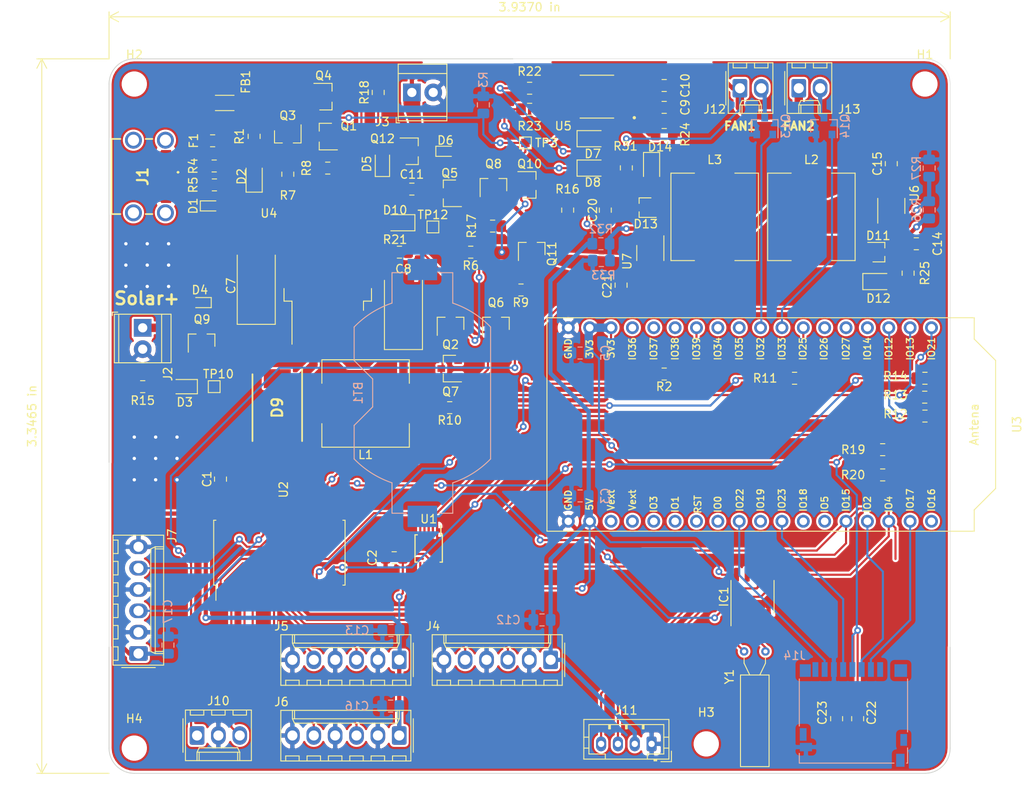
<source format=kicad_pcb>
(kicad_pcb (version 20171130) (host pcbnew "(5.1.5)-3")
  (layers (0 F.Cu signal) (31 B.Cu signal) (34 B.Paste user hide) (35 F.Paste user) (36 B.SilkS user hide) (37 F.SilkS user) (38 B.Mask user hide) (39 F.Mask user hide) (44 Edge.Cuts user))
  (net 0 "")
  (net 1 "Net-(BT1-Pad1)")
  (net 2 GND)
  (net 3 +5V)
  (net 4 +3V3)
  (net 5 Vsolar_protected)
  (net 6 Vsolar_reg)
  (net 7 Vbat_protected)
  (net 8 +9V)
  (net 9 Vsys)
  (net 10 Vusb)
  (net 11 "Net-(D2-Pad2)")
  (net 12 "Net-(D3-Pad2)")
  (net 13 Vsolar)
  (net 14 "Net-(D5-Pad2)")
  (net 15 Vbat)
  (net 16 "Net-(D7-Pad1)")
  (net 17 "Net-(D8-Pad1)")
  (net 18 "Net-(D9-Pad1)")
  (net 19 "Net-(D10-Pad2)")
  (net 20 "Net-(D12-Pad2)")
  (net 21 "Net-(D14-Pad2)")
  (net 22 "Net-(F1-Pad1)")
  (net 23 Vusb_protected)
  (net 24 "Net-(IC1-Pad1)")
  (net 25 "Net-(IC1-Pad2)")
  (net 26 /CC1)
  (net 27 /CC2)
  (net 28 /I0)
  (net 29 /I1)
  (net 30 /I3)
  (net 31 /I2)
  (net 32 /I12)
  (net 33 /I5)
  (net 34 /I6)
  (net 35 /I7)
  (net 36 /ADS_SDA)
  (net 37 /ADS_SCL)
  (net 38 "Net-(J12-Pad2)")
  (net 39 "Net-(J13-Pad2)")
  (net 40 /SD_MISO)
  (net 41 /SD_CLK)
  (net 42 /SD_MOSI)
  (net 43 /SD_CS)
  (net 44 Vexternal)
  (net 45 "Net-(Q1-Pad1)")
  (net 46 "Net-(Q2-Pad1)")
  (net 47 "Net-(Q3-Pad3)")
  (net 48 "Net-(Q5-Pad1)")
  (net 49 "Net-(Q6-Pad3)")
  (net 50 "Net-(Q11-Pad3)")
  (net 51 "Net-(Q10-Pad3)")
  (net 52 /FAN1)
  (net 53 /FAN2)
  (net 54 /ADS_ALERT)
  (net 55 /S0)
  (net 56 /S1)
  (net 57 /S2)
  (net 58 /S3)
  (net 59 "Net-(R22-Pad2)")
  (net 60 "Net-(R23-Pad2)")
  (net 61 "Net-(R24-Pad1)")
  (net 62 /AIN0)
  (net 63 /BST_SW_5V)
  (net 64 /BST_FB_5V)
  (net 65 /BST_SW_9V)
  (net 66 /BST_FB_9V)
  (net 67 /I11)
  (module Connector_Card:microSD_HC_Hirose_DM3D-SF (layer B.Cu) (at 210.5 146)
    (fp_text reference J14 (at -7 -7 180) (layer B.SilkS) (effects (justify mirror)))
    (fp_text value Micro_SD_Card)
    (pad 8 smd rect (at -4.525 -5.35) (size 0.7 1.75) (layers B.Cu B.Paste B.Mask))
    (pad 11 smd rect (at -5.725 -5.225) (size 1.3 1.5) (layers B.Cu B.Paste B.Mask))
    (pad 11 smd rect (at -5.975 2.375) (size 0.8 1.5) (layers B.Cu B.Paste B.Mask))
    (pad 9 smd rect (at -5.65 3.875) (size 1.45 1) (layers B.Cu B.Paste B.Mask) (net 2 GND))
    (pad 11 smd rect (at 5.975 3.025) (size 0.8 1.4) (layers B.Cu B.Paste B.Mask))
    (pad 7 smd rect (at -3.425 -5.35) (size 0.7 1.75) (layers B.Cu B.Paste B.Mask) (net 40 /SD_MISO))
    (pad 6 smd rect (at -2.325 -5.35) (size 0.7 1.75) (layers B.Cu B.Paste B.Mask) (net 2 GND))
    (pad 5 smd rect (at -1.225 -5.35) (size 0.7 1.75) (layers B.Cu B.Paste B.Mask) (net 41 /SD_CLK))
    (pad 4 smd rect (at -0.125 -5.35) (size 0.7 1.75) (layers B.Cu B.Paste B.Mask) (net 4 +3V3))
    (pad 3 smd rect (at 0.975 -5.35) (size 0.7 1.75) (layers B.Cu B.Paste B.Mask) (net 42 /SD_MOSI))
    (pad 2 smd rect (at 2.075 -5.35) (size 0.7 1.75) (layers B.Cu B.Paste B.Mask) (net 43 /SD_CS))
    (pad 1 smd rect (at 3.175 -5.35) (size 0.7 1.75) (layers B.Cu B.Paste B.Mask))
    (pad 11 smd rect (at 5.625 -5.225) (size 1.5 1.5) (layers B.Cu B.Paste B.Mask))
    (pad 10 smd rect (at 5.575 5.45) (size 1 1.55) (layers B.Cu B.Paste B.Mask))
  )
  (module Heltec_wifi_LoRa_V1:Heltec_WiFi_LoRa_V2 (layer F.Cu) (at 202 111.5 90)
    (fp_text reference U3 (at 0 27.94 90) (layer F.SilkS))
    (fp_text value Heltec_Wifi_LoRa_V2)
    (fp_text user GND (at -9 -25.4 90) (layer F.SilkS) (effects (font (size 0.8 0.8))))
    (fp_text user Vext (at -9 -20.32 90) (layer F.SilkS) (effects (font (size 0.8 0.8))))
    (fp_text user 5V (at -9.5 -22.86 90) (layer F.SilkS) (effects (font (size 0.8 0.8))))
    (fp_text user Vext (at -9 -17.78 90) (layer F.SilkS) (effects (font (size 0.8 0.8))))
    (fp_text user IO3 (at -9.5 -15.24 90) (layer F.SilkS) (effects (font (size 0.8 0.8))))
    (fp_text user IO1 (at -9.5 -12.7 90) (layer F.SilkS) (effects (font (size 0.8 0.8))))
    (fp_text user RST (at -9.5 -10 90) (layer F.SilkS) (effects (font (size 0.8 0.8))))
    (fp_text user IO0 (at -9.5 -7.62 90) (layer F.SilkS) (effects (font (size 0.8 0.8))))
    (fp_text user IO22 (at -9 -5 90) (layer F.SilkS) (effects (font (size 0.8 0.8))))
    (fp_text user IO19 (at -9 -2.54 90) (layer F.SilkS) (effects (font (size 0.8 0.8))))
    (fp_text user IO23 (at -9 0 90) (layer F.SilkS) (effects (font (size 0.8 0.8))))
    (fp_text user IO18 (at -9 2.54 90) (layer F.SilkS) (effects (font (size 0.8 0.8))))
    (fp_text user IO5 (at -9.5 5.08 90) (layer F.SilkS) (effects (font (size 0.8 0.8))))
    (fp_text user IO15 (at -9 7.62 90) (layer F.SilkS) (effects (font (size 0.8 0.8))))
    (fp_text user IO2 (at -9.5 10.16 90) (layer F.SilkS) (effects (font (size 0.8 0.8))))
    (fp_text user IO4 (at -9.5 12.7 90) (layer F.SilkS) (effects (font (size 0.8 0.8))))
    (fp_text user IO17 (at -9 15.24 90) (layer F.SilkS) (effects (font (size 0.8 0.8))))
    (fp_text user IO16 (at -9 17.78 90) (layer F.SilkS) (effects (font (size 0.8 0.8))))
    (fp_text user GND (at 9 -25.4 90) (layer F.SilkS) (effects (font (size 0.8 0.8))))
    (fp_text user 3V3 (at 9 -22.86 90) (layer F.SilkS) (effects (font (size 0.8 0.8))))
    (fp_text user 3V3 (at 9 -20.32 90) (layer F.SilkS) (effects (font (size 0.8 0.8))))
    (fp_text user IO36 (at 9 -17.78 90) (layer F.SilkS) (effects (font (size 0.8 0.8))))
    (fp_text user IO37 (at 9 -15.24 90) (layer F.SilkS) (effects (font (size 0.8 0.8))))
    (fp_text user IO38 (at 9 -12.7 90) (layer F.SilkS) (effects (font (size 0.8 0.8))))
    (fp_text user IO39 (at 9 -10.16 90) (layer F.SilkS) (effects (font (size 0.8 0.8))))
    (fp_text user IO34 (at 9 -7.62 90) (layer F.SilkS) (effects (font (size 0.8 0.8))))
    (fp_text user IO35 (at 9 -5.08 90) (layer F.SilkS) (effects (font (size 0.8 0.8))))
    (fp_text user IO32 (at 9 -2.54 90) (layer F.SilkS) (effects (font (size 0.8 0.8))))
    (fp_text user IO33 (at 9 0 90) (layer F.SilkS) (effects (font (size 0.8 0.8))))
    (fp_text user IO25 (at 9 2.5 90) (layer F.SilkS) (effects (font (size 0.8 0.8))))
    (fp_text user IO26 (at 9 5 90) (layer F.SilkS) (effects (font (size 0.8 0.8))))
    (fp_text user IO27 (at 9 7.62 90) (layer F.SilkS) (effects (font (size 0.8 0.8))))
    (fp_text user IO14 (at 9 10.16 90) (layer F.SilkS) (effects (font (size 0.8 0.8))))
    (fp_text user IO12 (at 9 12.7 90) (layer F.SilkS) (effects (font (size 0.8 0.8))))
    (fp_text user IO13 (at 9 15.24 90) (layer F.SilkS) (effects (font (size 0.8 0.8))))
    (fp_text user IO21 (at 9 17.78 90) (layer F.SilkS) (effects (font (size 0.8 0.8))))
    (fp_text user Antena (at 0 22.86 90) (layer F.SilkS))
    (pad 1 thru_hole circle (at -11.515 -25.4 90) (size 1.524 1.524) (drill 0.9) (layers *.Cu *.Mask) (net 2 GND))
    (pad 2 thru_hole circle (at -11.515 -22.86 90) (size 1.524 1.524) (drill 0.9) (layers *.Cu *.Mask) (net 3 +5V))
    (pad 3 thru_hole circle (at -11.515 -20.32 90) (size 1.524 1.524) (drill 0.9) (layers *.Cu *.Mask))
    (pad 4 thru_hole circle (at -11.515 -17.78 90) (size 1.524 1.524) (drill 0.9) (layers *.Cu *.Mask))
    (pad 5 thru_hole circle (at -11.515 -15.24 90) (size 1.524 1.524) (drill 0.9) (layers *.Cu *.Mask))
    (pad 6 thru_hole circle (at -11.515 -12.7 90) (size 1.524 1.524) (drill 0.9) (layers *.Cu *.Mask))
    (pad 7 thru_hole circle (at -11.515 -10.16 90) (size 1.524 1.524) (drill 0.9) (layers *.Cu *.Mask))
    (pad 8 thru_hole circle (at -11.515 -7.62 90) (size 1.524 1.524) (drill 0.9) (layers *.Cu *.Mask))
    (pad 9 thru_hole circle (at -11.515 -5.08 90) (size 1.524 1.524) (drill 0.9) (layers *.Cu *.Mask) (net 40 /SD_MISO))
    (pad 10 thru_hole circle (at -11.515 -2.54 90) (size 1.524 1.524) (drill 0.9) (layers *.Cu *.Mask))
    (pad 11 thru_hole circle (at -11.515 0 90) (size 1.524 1.524) (drill 0.9) (layers *.Cu *.Mask) (net 41 /SD_CLK))
    (pad 12 thru_hole circle (at -11.515 2.54 90) (size 1.524 1.524) (drill 0.9) (layers *.Cu *.Mask))
    (pad 13 thru_hole circle (at -11.515 5.08 90) (size 1.524 1.524) (drill 0.9) (layers *.Cu *.Mask))
    (pad 14 thru_hole circle (at -11.515 7.62 90) (size 1.524 1.524) (drill 0.9) (layers *.Cu *.Mask) (net 37 /ADS_SCL))
    (pad 15 thru_hole circle (at -11.515 10.16 90) (size 1.524 1.524) (drill 0.9) (layers *.Cu *.Mask) (net 42 /SD_MOSI))
    (pad 16 thru_hole circle (at -11.515 12.7 90) (size 1.524 1.524) (drill 0.9) (layers *.Cu *.Mask) (net 36 /ADS_SDA))
    (pad 17 thru_hole circle (at -11.515 15.24 90) (size 1.524 1.524) (drill 0.9) (layers *.Cu *.Mask) (net 43 /SD_CS))
    (pad 18 thru_hole circle (at -11.515 17.78 90) (size 1.524 1.524) (drill 0.9) (layers *.Cu *.Mask))
    (pad 19 thru_hole circle (at 11.515 17.78 90) (size 1.524 1.524) (drill 0.9) (layers *.Cu *.Mask) (net 58 /S3))
    (pad 20 thru_hole circle (at 11.515 15.24 90) (size 1.524 1.524) (drill 0.9) (layers *.Cu *.Mask) (net 57 /S2))
    (pad 21 thru_hole circle (at 11.515 12.7 90) (size 1.524 1.524) (drill 0.9) (layers *.Cu *.Mask) (net 56 /S1))
    (pad 22 thru_hole circle (at 11.515 10.16 90) (size 1.524 1.524) (drill 0.9) (layers *.Cu *.Mask))
    (pad 23 thru_hole circle (at 11.515 7.62 90) (size 1.524 1.524) (drill 0.9) (layers *.Cu *.Mask))
    (pad 24 thru_hole circle (at 11.515 5.08 90) (size 1.524 1.524) (drill 0.9) (layers *.Cu *.Mask))
    (pad 25 thru_hole circle (at 11.515 2.54 90) (size 1.524 1.524) (drill 0.9) (layers *.Cu *.Mask) (net 55 /S0))
    (pad 26 thru_hole circle (at 11.515 0 90) (size 1.524 1.524) (drill 0.9) (layers *.Cu *.Mask) (net 53 /FAN2))
    (pad 27 thru_hole circle (at 11.515 -2.54 90) (size 1.524 1.524) (drill 0.9) (layers *.Cu *.Mask) (net 52 /FAN1))
    (pad 28 thru_hole circle (at 11.515 -5.08 90) (size 1.524 1.524) (drill 0.9) (layers *.Cu *.Mask))
    (pad 29 thru_hole circle (at 11.515 -7.62 90) (size 1.524 1.524) (drill 0.9) (layers *.Cu *.Mask))
    (pad 30 thru_hole circle (at 11.515 -10.16 90) (size 1.524 1.524) (drill 0.9) (layers *.Cu *.Mask) (net 54 /ADS_ALERT))
    (pad 31 thru_hole circle (at 11.515 -12.7 90) (size 1.524 1.524) (drill 0.9) (layers *.Cu *.Mask))
    (pad 32 thru_hole circle (at 11.515 -15.24 90) (size 1.524 1.524) (drill 0.9) (layers *.Cu *.Mask))
    (pad 33 thru_hole circle (at 11.515 -17.78 90) (size 1.524 1.524) (drill 0.9) (layers *.Cu *.Mask))
    (pad 34 thru_hole circle (at 11.515 -20.32 90) (size 1.524 1.524) (drill 0.9) (layers *.Cu *.Mask) (net 4 +3V3))
    (pad 35 thru_hole circle (at 11.515 -22.86 90) (size 1.524 1.524) (drill 0.9) (layers *.Cu *.Mask) (net 4 +3V3))
    (pad 36 thru_hole circle (at 11.515 -25.4 90) (size 1.524 1.524) (drill 0.9) (layers *.Cu *.Mask) (net 2 GND))
  )
  (module TestPoint:TestPoint_Pad_1.0x1.0mm (layer F.Cu) (at 160.5 88)
    (fp_text reference TP12 (at 0 -1.448) (layer F.SilkS))
    (fp_text value TestPoint)
    (pad 1 smd rect (at 0 0) (size 1 1) (layers F.Cu F.Mask) (net 7 Vbat_protected))
  )
  (module TestPoint:TestPoint_Pad_1.0x1.0mm (layer F.Cu) (at 134.5 107)
    (fp_text reference TP10 (at 0.5 -1.5 180) (layer F.SilkS))
    (fp_text value TestPoint)
    (pad 1 smd rect (at 0 0) (size 1 1) (layers F.Cu F.Mask) (net 5 Vsolar_protected))
  )
  (module TestPoint:TestPoint_Pad_1.0x1.0mm (layer F.Cu) (at 171.5 78)
    (fp_text reference TP3 (at 2.5 0) (layer F.SilkS))
    (fp_text value TestPoint)
    (pad 1 smd rect (at 0 0) (size 1 1) (layers F.Cu F.Mask) (net 44 Vexternal))
  )
  (module Battery:BatteryHolder_Keystone_1058_1x2032 (layer B.Cu) (at 159.25 107.75 90)
    (fp_text reference BT1 (at 0 -7.62 270) (layer B.SilkS) (effects (justify mirror)))
    (fp_text value Battery_Cell)
    (pad 1 smd rect (at -14.68 0 90) (size 2.54 3.51) (layers B.Cu B.Paste B.Mask) (net 1 "Net-(BT1-Pad1)"))
    (pad 2 smd rect (at 14.68 0 90) (size 2.54 3.51) (layers B.Cu B.Paste B.Mask) (net 2 GND))
  )
  (module Capacitor_SMD:C_0805_2012Metric_Pad1.15x1.40mm_HandSolder (layer F.Cu) (at 135.25 118 90)
    (fp_text reference C1 (at 0 -1.6 90) (layer F.SilkS))
    (fp_text value 10uF)
    (pad 1 smd roundrect (at -1.025 0 90) (size 1.15 1.4) (layers F.Cu F.Paste F.Mask) (roundrect_rratio 0.217391) (net 3 +5V))
    (pad 2 smd roundrect (at 1.025 0 90) (size 1.15 1.4) (layers F.Cu F.Paste F.Mask) (roundrect_rratio 0.217391) (net 2 GND))
  )
  (module Capacitor_SMD:C_0805_2012Metric_Pad1.15x1.40mm_HandSolder (layer F.Cu) (at 155.9 127.35 180)
    (fp_text reference C2 (at 2.6 0 90) (layer F.SilkS))
    (fp_text value 100nF)
    (pad 2 smd roundrect (at 1.025 0 180) (size 1.15 1.4) (layers F.Cu F.Paste F.Mask) (roundrect_rratio 0.217391) (net 2 GND))
    (pad 1 smd roundrect (at -1.025 0 180) (size 1.15 1.4) (layers F.Cu F.Paste F.Mask) (roundrect_rratio 0.217391) (net 3 +5V))
  )
  (module Capacitor_SMD:C_0805_2012Metric_Pad1.15x1.40mm_HandSolder (layer B.Cu) (at 178 120 180)
    (fp_text reference C3 (at -3 0 90) (layer B.SilkS) (effects (justify mirror)))
    (fp_text value 100nF)
    (pad 2 smd roundrect (at 1.025 0 180) (size 1.15 1.4) (layers B.Cu B.Paste B.Mask) (roundrect_rratio 0.217391) (net 2 GND))
    (pad 1 smd roundrect (at -1.025 0 180) (size 1.15 1.4) (layers B.Cu B.Paste B.Mask) (roundrect_rratio 0.217391) (net 3 +5V))
  )
  (module Capacitor_SMD:C_0805_2012Metric_Pad1.15x1.40mm_HandSolder (layer B.Cu) (at 178 103 180)
    (fp_text reference C5 (at -3 0 90) (layer B.SilkS) (effects (justify mirror)))
    (fp_text value 100nF)
    (pad 2 smd roundrect (at 1.025 0 180) (size 1.15 1.4) (layers B.Cu B.Paste B.Mask) (roundrect_rratio 0.217391) (net 2 GND))
    (pad 1 smd roundrect (at -1.025 0 180) (size 1.15 1.4) (layers B.Cu B.Paste B.Mask) (roundrect_rratio 0.217391) (net 4 +3V3))
  )
  (module Capacitor_Tantalum_SMD:CP_EIA-7343-15_Kemet-W_Pad2.25x2.55mm_HandSolder (layer F.Cu) (at 139.5 95 90)
    (fp_text reference C7 (at 0 -3 90) (layer F.SilkS))
    (fp_text value "680uF - Tant")
    (pad 2 smd roundrect (at 3.2 0 90) (size 2.25 2.55) (layers F.Cu F.Paste F.Mask) (roundrect_rratio 0.111111) (net 2 GND))
    (pad 1 smd roundrect (at -3.2 0 90) (size 2.25 2.55) (layers F.Cu F.Paste F.Mask) (roundrect_rratio 0.111111) (net 5 Vsolar_protected))
  )
  (module Capacitor_Tantalum_SMD:CP_EIA-7343-15_Kemet-W_Pad2.25x2.55mm_HandSolder (layer F.Cu) (at 157 98 90)
    (fp_text reference C8 (at 5 0 180) (layer F.SilkS))
    (fp_text value 220uF-Tantalum)
    (pad 1 smd roundrect (at -3.2 0 90) (size 2.25 2.55) (layers F.Cu F.Paste F.Mask) (roundrect_rratio 0.111111) (net 6 Vsolar_reg))
    (pad 2 smd roundrect (at 3.2 0 90) (size 2.25 2.55) (layers F.Cu F.Paste F.Mask) (roundrect_rratio 0.111111) (net 2 GND))
  )
  (module Capacitor_SMD:C_0805_2012Metric_Pad1.15x1.40mm_HandSolder (layer F.Cu) (at 188 73.775)
    (fp_text reference C9 (at 2.5 0 270) (layer F.SilkS))
    (fp_text value 10uF)
    (pad 2 smd roundrect (at 1.025 0) (size 1.15 1.4) (layers F.Cu F.Paste F.Mask) (roundrect_rratio 0.217391) (net 2 GND))
    (pad 1 smd roundrect (at -1.025 0) (size 1.15 1.4) (layers F.Cu F.Paste F.Mask) (roundrect_rratio 0.217391) (net 3 +5V))
  )
  (module Capacitor_SMD:C_0805_2012Metric_Pad1.15x1.40mm_HandSolder (layer F.Cu) (at 188 71.175)
    (fp_text reference C10 (at 2.5 0 90) (layer F.SilkS))
    (fp_text value 100nF)
    (pad 1 smd roundrect (at -1.025 0) (size 1.15 1.4) (layers F.Cu F.Paste F.Mask) (roundrect_rratio 0.217391) (net 3 +5V))
    (pad 2 smd roundrect (at 1.025 0) (size 1.15 1.4) (layers F.Cu F.Paste F.Mask) (roundrect_rratio 0.217391) (net 2 GND))
  )
  (module Capacitor_SMD:C_0805_2012Metric_Pad1.15x1.40mm_HandSolder (layer F.Cu) (at 158 83.5 180)
    (fp_text reference C11 (at 0 1.75) (layer F.SilkS))
    (fp_text value 10uF)
    (pad 1 smd roundrect (at -1.025 0 180) (size 1.15 1.4) (layers F.Cu F.Paste F.Mask) (roundrect_rratio 0.217391) (net 7 Vbat_protected))
    (pad 2 smd roundrect (at 1.025 0 180) (size 1.15 1.4) (layers F.Cu F.Paste F.Mask) (roundrect_rratio 0.217391) (net 2 GND))
  )
  (module Capacitor_SMD:C_0805_2012Metric_Pad1.15x1.40mm_HandSolder (layer B.Cu) (at 173.475 134.75 180)
    (fp_text reference C12 (at 4 0) (layer B.SilkS) (effects (justify mirror)))
    (fp_text value 100nF)
    (pad 2 smd roundrect (at 1.025 0 180) (size 1.15 1.4) (layers B.Cu B.Paste B.Mask) (roundrect_rratio 0.217391) (net 2 GND))
    (pad 1 smd roundrect (at -1.025 0 180) (size 1.15 1.4) (layers B.Cu B.Paste B.Mask) (roundrect_rratio 0.217391) (net 3 +5V))
  )
  (module Capacitor_SMD:C_0805_2012Metric_Pad1.15x1.40mm_HandSolder (layer B.Cu) (at 155.525 136 180)
    (fp_text reference C13 (at 4.025 0) (layer B.SilkS) (effects (justify mirror)))
    (fp_text value 100nF)
    (pad 1 smd roundrect (at -1.025 0 180) (size 1.15 1.4) (layers B.Cu B.Paste B.Mask) (roundrect_rratio 0.217391) (net 3 +5V))
    (pad 2 smd roundrect (at 1.025 0 180) (size 1.15 1.4) (layers B.Cu B.Paste B.Mask) (roundrect_rratio 0.217391) (net 2 GND))
  )
  (module Capacitor_SMD:C_0805_2012Metric_Pad1.15x1.40mm_HandSolder (layer F.Cu) (at 217.975 90)
    (fp_text reference C14 (at 2.525 0 270) (layer F.SilkS))
    (fp_text value 22uF-X5R)
    (pad 1 smd roundrect (at -1.025 0) (size 1.15 1.4) (layers F.Cu F.Paste F.Mask) (roundrect_rratio 0.217391) (net 8 +9V))
    (pad 2 smd roundrect (at 1.025 0) (size 1.15 1.4) (layers F.Cu F.Paste F.Mask) (roundrect_rratio 0.217391) (net 2 GND))
  )
  (module Capacitor_SMD:C_0805_2012Metric_Pad1.15x1.40mm_HandSolder (layer F.Cu) (at 215 80.475 90)
    (fp_text reference C15 (at 0 -1.65 90) (layer F.SilkS))
    (fp_text value 22uF-X5R)
    (pad 2 smd roundrect (at 1.025 0 90) (size 1.15 1.4) (layers F.Cu F.Paste F.Mask) (roundrect_rratio 0.217391) (net 2 GND))
    (pad 1 smd roundrect (at -1.025 0 90) (size 1.15 1.4) (layers F.Cu F.Paste F.Mask) (roundrect_rratio 0.217391) (net 9 Vsys))
  )
  (module Capacitor_SMD:C_0805_2012Metric_Pad1.15x1.40mm_HandSolder (layer B.Cu) (at 155.475 145 180)
    (fp_text reference C16 (at 4 0) (layer B.SilkS) (effects (justify mirror)))
    (fp_text value 100nF)
    (pad 1 smd roundrect (at -1.025 0 180) (size 1.15 1.4) (layers B.Cu B.Paste B.Mask) (roundrect_rratio 0.217391) (net 3 +5V))
    (pad 2 smd roundrect (at 1.025 0 180) (size 1.15 1.4) (layers B.Cu B.Paste B.Mask) (roundrect_rratio 0.217391) (net 2 GND))
  )
  (module Capacitor_SMD:C_0805_2012Metric_Pad1.15x1.40mm_HandSolder (layer B.Cu) (at 129 137.75 90)
    (fp_text reference C17 (at 4 0 90) (layer B.SilkS) (effects (justify mirror)))
    (fp_text value 100nF)
    (pad 2 smd roundrect (at 1.025 0 90) (size 1.15 1.4) (layers B.Cu B.Paste B.Mask) (roundrect_rratio 0.217391) (net 2 GND))
    (pad 1 smd roundrect (at -1.025 0 90) (size 1.15 1.4) (layers B.Cu B.Paste B.Mask) (roundrect_rratio 0.217391) (net 3 +5V))
  )
  (module Capacitor_SMD:C_0805_2012Metric_Pad1.15x1.40mm_HandSolder (layer F.Cu) (at 181 86 270)
    (fp_text reference C20 (at 0 1.5 270) (layer F.SilkS))
    (fp_text value 22uF-X5R)
    (pad 2 smd roundrect (at 1.025 0 270) (size 1.15 1.4) (layers F.Cu F.Paste F.Mask) (roundrect_rratio 0.217391) (net 2 GND))
    (pad 1 smd roundrect (at -1.025 0 270) (size 1.15 1.4) (layers F.Cu F.Paste F.Mask) (roundrect_rratio 0.217391) (net 3 +5V))
  )
  (module Capacitor_SMD:C_0805_2012Metric_Pad1.15x1.40mm_HandSolder (layer F.Cu) (at 182.875 94.925 270)
    (fp_text reference C21 (at 0.125 1.65 90) (layer F.SilkS))
    (fp_text value 22uF-X5R)
    (pad 1 smd roundrect (at -1.025 0 270) (size 1.15 1.4) (layers F.Cu F.Paste F.Mask) (roundrect_rratio 0.217391) (net 9 Vsys))
    (pad 2 smd roundrect (at 1.025 0 270) (size 1.15 1.4) (layers F.Cu F.Paste F.Mask) (roundrect_rratio 0.217391) (net 2 GND))
  )
  (module Capacitor_SMD:C_0805_2012Metric_Pad1.15x1.40mm_HandSolder (layer F.Cu) (at 211 146.5 270)
    (fp_text reference C22 (at -0.7 -1.65 270) (layer F.SilkS))
    (fp_text value 10uF)
    (pad 1 smd roundrect (at -1.025 0 270) (size 1.15 1.4) (layers F.Cu F.Paste F.Mask) (roundrect_rratio 0.217391) (net 4 +3V3))
    (pad 2 smd roundrect (at 1.025 0 270) (size 1.15 1.4) (layers F.Cu F.Paste F.Mask) (roundrect_rratio 0.217391) (net 2 GND))
  )
  (module Capacitor_SMD:C_0805_2012Metric_Pad1.15x1.40mm_HandSolder (layer F.Cu) (at 208.5 146.5 270)
    (fp_text reference C23 (at -0.7 1.7 270) (layer F.SilkS))
    (fp_text value 100nF)
    (pad 2 smd roundrect (at 1.025 0 270) (size 1.15 1.4) (layers F.Cu F.Paste F.Mask) (roundrect_rratio 0.217391) (net 2 GND))
    (pad 1 smd roundrect (at -1.025 0 270) (size 1.15 1.4) (layers F.Cu F.Paste F.Mask) (roundrect_rratio 0.217391) (net 4 +3V3))
  )
  (module Diode_SMD:D_SOD-523 (layer F.Cu) (at 134 85.5)
    (fp_text reference D1 (at -2 0 90) (layer F.SilkS))
    (fp_text value D_TVS_ALT)
    (pad 2 smd rect (at 0.7 0 180) (size 0.6 0.7) (layers F.Cu F.Paste F.Mask) (net 2 GND))
    (pad 1 smd rect (at -0.7 0 180) (size 0.6 0.7) (layers F.Cu F.Paste F.Mask) (net 10 Vusb))
  )
  (module LED_SMD:LED_0805_2012Metric_Pad1.15x1.40mm_HandSolder (layer F.Cu) (at 139.25 82 90)
    (fp_text reference D2 (at 0 -1.5 90) (layer F.SilkS))
    (fp_text value LED)
    (pad 2 smd roundrect (at 1.025 0 90) (size 1.15 1.4) (layers F.Cu F.Paste F.Mask) (roundrect_rratio 0.217391) (net 11 "Net-(D2-Pad2)"))
    (pad 1 smd roundrect (at -1.025 0 90) (size 1.15 1.4) (layers F.Cu F.Paste F.Mask) (roundrect_rratio 0.217391) (net 2 GND))
  )
  (module Diode_SMD:D_SOD-323 (layer F.Cu) (at 131 107 180)
    (fp_text reference D3 (at 0 -1.85) (layer F.SilkS))
    (fp_text value 5V)
    (pad 2 smd rect (at 1.05 0 180) (size 0.6 0.45) (layers F.Cu F.Paste F.Mask) (net 12 "Net-(D3-Pad2)"))
    (pad 1 smd rect (at -1.05 0 180) (size 0.6 0.45) (layers F.Cu F.Paste F.Mask) (net 5 Vsolar_protected))
  )
  (module Diode_SMD:D_SOD-523 (layer F.Cu) (at 133 97 180)
    (fp_text reference D4 (at 0.2 1.5) (layer F.SilkS))
    (fp_text value D_TVS_ALT)
    (pad 2 smd rect (at 0.7 0) (size 0.6 0.7) (layers F.Cu F.Paste F.Mask) (net 2 GND))
    (pad 1 smd rect (at -0.7 0) (size 0.6 0.7) (layers F.Cu F.Paste F.Mask) (net 13 Vsolar))
  )
  (module Diode_SMD:D_SOD-323 (layer F.Cu) (at 154.5 80.5 90)
    (fp_text reference D5 (at 0 -1.85 90) (layer F.SilkS))
    (fp_text value 5V)
    (pad 1 smd rect (at -1.05 0 90) (size 0.6 0.45) (layers F.Cu F.Paste F.Mask) (net 7 Vbat_protected))
    (pad 2 smd rect (at 1.05 0 90) (size 0.6 0.45) (layers F.Cu F.Paste F.Mask) (net 14 "Net-(D5-Pad2)"))
  )
  (module Diode_SMD:D_SOD-523 (layer F.Cu) (at 162 79)
    (fp_text reference D6 (at 0 -1.3) (layer F.SilkS))
    (fp_text value D_TVS_ALT)
    (pad 1 smd rect (at -0.7 0 180) (size 0.6 0.7) (layers F.Cu F.Paste F.Mask) (net 15 Vbat))
    (pad 2 smd rect (at 0.7 0 180) (size 0.6 0.7) (layers F.Cu F.Paste F.Mask) (net 2 GND))
  )
  (module LED_SMD:LED_0805_2012Metric_Pad1.15x1.40mm_HandSolder (layer F.Cu) (at 179.5 77.5)
    (fp_text reference D7 (at 0 1.8) (layer F.SilkS))
    (fp_text value LED)
    (pad 1 smd roundrect (at -1.025 0) (size 1.15 1.4) (layers F.Cu F.Paste F.Mask) (roundrect_rratio 0.217391) (net 16 "Net-(D7-Pad1)"))
    (pad 2 smd roundrect (at 1.025 0) (size 1.15 1.4) (layers F.Cu F.Paste F.Mask) (roundrect_rratio 0.217391) (net 3 +5V))
  )
  (module LED_SMD:LED_0805_2012Metric_Pad1.15x1.40mm_HandSolder (layer F.Cu) (at 179.5 81)
    (fp_text reference D8 (at 0 1.7 180) (layer F.SilkS))
    (fp_text value LED)
    (pad 1 smd roundrect (at -1.025 0) (size 1.15 1.4) (layers F.Cu F.Paste F.Mask) (roundrect_rratio 0.217391) (net 17 "Net-(D8-Pad1)"))
    (pad 2 smd roundrect (at 1.025 0) (size 1.15 1.4) (layers F.Cu F.Paste F.Mask) (roundrect_rratio 0.217391) (net 3 +5V))
  )
  (module SamacSys_Parts:DIOM8059X256N (layer F.Cu) (at 142 109.5 270)
    (fp_text reference D9 (at 0 0 90) (layer F.SilkS) (effects (font (size 1.27 1.27) (thickness 0.254))))
    (fp_text value SS34 hide)
    (pad 1 smd rect (at -3.45 0 270) (size 2.25 3.2) (layers F.Cu F.Paste F.Mask) (net 18 "Net-(D9-Pad1)"))
    (pad 2 smd rect (at 3.45 0 270) (size 2.25 3.2) (layers F.Cu F.Paste F.Mask) (net 2 GND))
  )
  (module LED_SMD:LED_0805_2012Metric_Pad1.15x1.40mm_HandSolder (layer F.Cu) (at 156.5 87.5 180)
    (fp_text reference D10 (at 0.5 1.5) (layer F.SilkS))
    (fp_text value LED)
    (pad 1 smd roundrect (at -1.025 0 180) (size 1.15 1.4) (layers F.Cu F.Paste F.Mask) (roundrect_rratio 0.217391) (net 2 GND))
    (pad 2 smd roundrect (at 1.025 0 180) (size 1.15 1.4) (layers F.Cu F.Paste F.Mask) (roundrect_rratio 0.217391) (net 19 "Net-(D10-Pad2)"))
  )
  (module Package_TO_SOT_SMD:SOT-323_SC-70 (layer F.Cu) (at 213.5 91)
    (fp_text reference D11 (at -0.05 -1.95) (layer F.SilkS))
    (fp_text value BAT54W)
    (pad 1 smd rect (at -1 -0.65 270) (size 0.45 0.7) (layers F.Cu F.Paste F.Mask) (net 65 /BST_SW_9V))
    (pad 2 smd rect (at -1 0.65 270) (size 0.45 0.7) (layers F.Cu F.Paste F.Mask))
    (pad 3 smd rect (at 1 0 270) (size 0.45 0.7) (layers F.Cu F.Paste F.Mask) (net 8 +9V))
  )
  (module LED_SMD:LED_0805_2012Metric_Pad1.15x1.40mm_HandSolder (layer F.Cu) (at 213.475 94.5)
    (fp_text reference D12 (at 0 2) (layer F.SilkS))
    (fp_text value LED)
    (pad 1 smd roundrect (at -1.025 0) (size 1.15 1.4) (layers F.Cu F.Paste F.Mask) (roundrect_rratio 0.217391) (net 2 GND))
    (pad 2 smd roundrect (at 1.025 0) (size 1.15 1.4) (layers F.Cu F.Paste F.Mask) (roundrect_rratio 0.217391) (net 20 "Net-(D12-Pad2)"))
  )
  (module Package_TO_SOT_SMD:SOT-323_SC-70 (layer F.Cu) (at 185.75 85.7 180)
    (fp_text reference D13 (at -0.05 -1.95) (layer F.SilkS))
    (fp_text value BAT54W)
    (pad 1 smd rect (at -1 -0.65 90) (size 0.45 0.7) (layers F.Cu F.Paste F.Mask) (net 63 /BST_SW_5V))
    (pad 2 smd rect (at -1 0.65 90) (size 0.45 0.7) (layers F.Cu F.Paste F.Mask))
    (pad 3 smd rect (at 1 0 90) (size 0.45 0.7) (layers F.Cu F.Paste F.Mask) (net 3 +5V))
  )
  (module LED_SMD:LED_0805_2012Metric_Pad1.15x1.40mm_HandSolder (layer F.Cu) (at 186.5 81 270)
    (fp_text reference D14 (at -2.5 -1 180) (layer F.SilkS))
    (fp_text value LED)
    (pad 2 smd roundrect (at 1.025 0 270) (size 1.15 1.4) (layers F.Cu F.Paste F.Mask) (roundrect_rratio 0.217391) (net 21 "Net-(D14-Pad2)"))
    (pad 1 smd roundrect (at -1.025 0 270) (size 1.15 1.4) (layers F.Cu F.Paste F.Mask) (roundrect_rratio 0.217391) (net 2 GND))
  )
  (module Fuse:Fuse_0805_2012Metric (layer F.Cu) (at 134.3125 77.75 180)
    (fp_text reference F1 (at 2.25 0 90) (layer F.SilkS))
    (fp_text value Fuse)
    (pad 1 smd roundrect (at -0.9375 0 180) (size 0.975 1.4) (layers F.Cu F.Paste F.Mask) (net 22 "Net-(F1-Pad1)"))
    (pad 2 smd roundrect (at 0.9375 0 180) (size 0.975 1.4) (layers F.Cu F.Paste F.Mask) (net 10 Vusb))
  )
  (module Inductor_SMD:L_1806_4516Metric_Pad1.57x1.80mm_HandSolder (layer F.Cu) (at 135.75 73.25)
    (fp_text reference FB1 (at 2.5 -2.5 270) (layer F.SilkS))
    (fp_text value Ferrite_Bead)
    (pad 1 smd roundrect (at -2.0875 0) (size 1.575 1.8) (layers F.Cu F.Paste F.Mask) (roundrect_rratio 0.15873) (net 22 "Net-(F1-Pad1)"))
    (pad 2 smd roundrect (at 2.0875 0) (size 1.575 1.8) (layers F.Cu F.Paste F.Mask) (roundrect_rratio 0.15873) (net 23 Vusb_protected))
  )
  (module MountingHole:MountingHole_2.5mm (layer F.Cu) (at 219 71)
    (fp_text reference H1 (at 0 -3.5) (layer F.SilkS))
    (fp_text value MountingHole)
    (pad 1 np_thru_hole circle (at 0 0) (size 2.5 2.5) (drill 2.5) (layers *.Cu *.Mask))
  )
  (module MountingHole:MountingHole_2.5mm (layer F.Cu) (at 125 71)
    (fp_text reference H2 (at 0 -3.5) (layer F.SilkS))
    (fp_text value MountingHole)
    (pad 1 np_thru_hole circle (at 0 0) (size 2.5 2.5) (drill 2.5) (layers *.Cu *.Mask))
  )
  (module MountingHole:MountingHole_2.5mm (layer F.Cu) (at 193 149.5)
    (fp_text reference H3 (at 0 -3.75) (layer F.SilkS))
    (fp_text value MountingHole)
    (pad 1 np_thru_hole circle (at 0 0) (size 2.5 2.5) (drill 2.5) (layers *.Cu *.Mask))
  )
  (module MountingHole:MountingHole_2.5mm (layer F.Cu) (at 125 150)
    (fp_text reference H4 (at 0 -3.5) (layer F.SilkS))
    (fp_text value MountingHole)
    (pad 1 np_thru_hole circle (at 0 0) (size 2.5 2.5) (drill 2.5) (layers *.Cu *.Mask))
  )
  (module Package_SO:SOP-8_3.9x4.9mm_P1.27mm (layer F.Cu) (at 198.5 132 90)
    (fp_text reference IC1 (at 0 -3.4 90) (layer F.SilkS))
    (fp_text value DS1307ZN+)
    (pad 1 smd roundrect (at -2.625 -1.905 90) (size 1.65 0.6) (layers F.Cu F.Paste F.Mask) (net 24 "Net-(IC1-Pad1)"))
    (pad 2 smd roundrect (at -2.625 -0.635 90) (size 1.65 0.6) (layers F.Cu F.Paste F.Mask) (net 25 "Net-(IC1-Pad2)"))
    (pad 3 smd roundrect (at -2.625 0.635 90) (size 1.65 0.6) (layers F.Cu F.Paste F.Mask) (net 1 "Net-(BT1-Pad1)"))
    (pad 4 smd roundrect (at -2.625 1.905 90) (size 1.65 0.6) (layers F.Cu F.Paste F.Mask) (net 2 GND))
    (pad 5 smd roundrect (at 2.625 1.905 90) (size 1.65 0.6) (layers F.Cu F.Paste F.Mask) (net 36 /ADS_SDA))
    (pad 6 smd roundrect (at 2.625 0.635 90) (size 1.65 0.6) (layers F.Cu F.Paste F.Mask) (net 37 /ADS_SCL))
    (pad 7 smd roundrect (at 2.625 -0.635 90) (size 1.65 0.6) (layers F.Cu F.Paste F.Mask))
    (pad 8 smd roundrect (at 2.625 -1.905 90) (size 1.65 0.6) (layers F.Cu F.Paste F.Mask) (net 3 +5V))
  )
  (module SamacSys_Parts:2171750001 (layer F.Cu) (at 125.75 82 270)
    (fp_text reference J1 (at 0 -0.252 90) (layer F.SilkS) (effects (font (size 1.27 1.27) (thickness 0.254))))
    (fp_text value 217175-0001 hide)
    (pad A5 smd rect (at -0.5 -3.03 270) (size 0.7 1.2) (layers F.Cu F.Paste F.Mask) (net 26 /CC1))
    (pad A9 smd rect (at 1.52 -3.03 270) (size 0.76 1.2) (layers F.Cu F.Paste F.Mask) (net 10 Vusb))
    (pad A12 smd rect (at 2.75 -3.03 270) (size 0.8 1.2) (layers F.Cu F.Paste F.Mask) (net 2 GND))
    (pad B5 smd rect (at 0.5 -3.03 270) (size 0.7 1.2) (layers F.Cu F.Paste F.Mask) (net 27 /CC2))
    (pad B9 smd rect (at -1.52 -3.03 270) (size 0.76 1.2) (layers F.Cu F.Paste F.Mask) (net 10 Vusb))
    (pad B12 smd rect (at -2.75 -3.03 270) (size 0.8 1.2) (layers F.Cu F.Paste F.Mask) (net 2 GND))
    (pad MH1 thru_hole circle (at -4.32 0.85 270) (size 2.01 2.01) (drill 1.34) (layers *.Cu *.Mask))
    (pad MH2 thru_hole circle (at 4.32 0.85 270) (size 2.01 2.01) (drill 1.34) (layers *.Cu *.Mask))
    (pad MH3 thru_hole circle (at -4.32 -2.95 270) (size 2.01 2.01) (drill 1.34) (layers *.Cu *.Mask))
    (pad MH4 thru_hole circle (at 4.32 -2.95 270) (size 2.01 2.01) (drill 1.34) (layers *.Cu *.Mask))
  )
  (module TerminalBlock_TE-Connectivity:TerminalBlock_TE_282834-2_1x02_P2.54mm_Horizontal (layer F.Cu) (at 126 100 270)
    (fp_text reference J2 (at 5.5 -3 90) (layer F.SilkS))
    (fp_text value Screw_Terminal_01x02)
    (pad 1 thru_hole rect (at 0 0 270) (size 2.1 2.1) (drill 1.1) (layers *.Cu *.Mask) (net 13 Vsolar))
    (pad 2 thru_hole circle (at 2.54 0 270) (size 2.1 2.1) (drill 1.1) (layers *.Cu *.Mask) (net 2 GND))
  )
  (module TerminalBlock_TE-Connectivity:TerminalBlock_TE_282834-2_1x02_P2.54mm_Horizontal (layer F.Cu) (at 158 72)
    (fp_text reference J3 (at -3.5 3.5) (layer F.SilkS))
    (fp_text value Screw_Terminal_01x02)
    (pad 2 thru_hole circle (at 2.54 0) (size 2.1 2.1) (drill 1.1) (layers *.Cu *.Mask) (net 2 GND))
    (pad 1 thru_hole rect (at 0 0) (size 2.1 2.1) (drill 1.1) (layers *.Cu *.Mask) (net 15 Vbat))
  )
  (module Connector_Molex:Molex_KK-254_AE-6410-06A_1x06_P2.54mm_Vertical (layer F.Cu) (at 174.5 139.5 180)
    (fp_text reference J4 (at 14 4) (layer F.SilkS))
    (fp_text value Conn_01x06_Male)
    (pad 1 thru_hole roundrect (at 0 0 180) (size 1.74 2.2) (drill 1.2) (layers *.Cu *.Mask) (roundrect_rratio 0.143678) (net 3 +5V))
    (pad 2 thru_hole oval (at 2.54 0 180) (size 1.74 2.2) (drill 1.2) (layers *.Cu *.Mask) (net 2 GND))
    (pad 3 thru_hole oval (at 5.08 0 180) (size 1.74 2.2) (drill 1.2) (layers *.Cu *.Mask) (net 28 /I0))
    (pad 4 thru_hole oval (at 7.62 0 180) (size 1.74 2.2) (drill 1.2) (layers *.Cu *.Mask) (net 2 GND))
    (pad 5 thru_hole oval (at 10.16 0 180) (size 1.74 2.2) (drill 1.2) (layers *.Cu *.Mask) (net 29 /I1))
    (pad 6 thru_hole oval (at 12.7 0 180) (size 1.74 2.2) (drill 1.2) (layers *.Cu *.Mask) (net 2 GND))
  )
  (module Connector_Molex:Molex_KK-254_AE-6410-06A_1x06_P2.54mm_Vertical (layer F.Cu) (at 156.5 139.5 180)
    (fp_text reference J5 (at 14 4) (layer F.SilkS))
    (fp_text value Conn_01x06_Male)
    (pad 6 thru_hole oval (at 12.7 0 180) (size 1.74 2.2) (drill 1.2) (layers *.Cu *.Mask) (net 2 GND))
    (pad 5 thru_hole oval (at 10.16 0 180) (size 1.74 2.2) (drill 1.2) (layers *.Cu *.Mask) (net 30 /I3))
    (pad 4 thru_hole oval (at 7.62 0 180) (size 1.74 2.2) (drill 1.2) (layers *.Cu *.Mask) (net 2 GND))
    (pad 3 thru_hole oval (at 5.08 0 180) (size 1.74 2.2) (drill 1.2) (layers *.Cu *.Mask) (net 31 /I2))
    (pad 2 thru_hole oval (at 2.54 0 180) (size 1.74 2.2) (drill 1.2) (layers *.Cu *.Mask) (net 2 GND))
    (pad 1 thru_hole roundrect (at 0 0 180) (size 1.74 2.2) (drill 1.2) (layers *.Cu *.Mask) (roundrect_rratio 0.143678) (net 3 +5V))
  )
  (module Connector_Molex:Molex_KK-254_AE-6410-03A_1x03_P2.54mm_Vertical (layer F.Cu) (at 132.46 148.5)
    (fp_text reference J10 (at 2.54 -4.12) (layer F.SilkS))
    (fp_text value Conn_01x03_Male)
    (pad 1 thru_hole roundrect (at 0 0) (size 1.74 2.2) (drill 1.2) (layers *.Cu *.Mask) (roundrect_rratio 0.143678) (net 8 +9V))
    (pad 2 thru_hole oval (at 2.54 0) (size 1.74 2.2) (drill 1.2) (layers *.Cu *.Mask) (net 2 GND))
    (pad 3 thru_hole oval (at 5.08 0) (size 1.74 2.2) (drill 1.2) (layers *.Cu *.Mask) (net 35 /I7))
  )
  (module Connector_Molex:Molex_KK-254_AE-6410-06A_1x06_P2.54mm_Vertical (layer F.Cu) (at 156.5 148.5 180)
    (fp_text reference J6 (at 14 4) (layer F.SilkS))
    (fp_text value Conn_01x06_Male)
    (pad 6 thru_hole oval (at 12.7 0 180) (size 1.74 2.2) (drill 1.2) (layers *.Cu *.Mask) (net 2 GND))
    (pad 5 thru_hole oval (at 10.16 0 180) (size 1.74 2.2) (drill 1.2) (layers *.Cu *.Mask) (net 34 /I6))
    (pad 4 thru_hole oval (at 7.62 0 180) (size 1.74 2.2) (drill 1.2) (layers *.Cu *.Mask) (net 2 GND))
    (pad 3 thru_hole oval (at 5.08 0 180) (size 1.74 2.2) (drill 1.2) (layers *.Cu *.Mask) (net 33 /I5))
    (pad 2 thru_hole oval (at 2.54 0 180) (size 1.74 2.2) (drill 1.2) (layers *.Cu *.Mask) (net 2 GND))
    (pad 1 thru_hole roundrect (at 0 0 180) (size 1.74 2.2) (drill 1.2) (layers *.Cu *.Mask) (roundrect_rratio 0.143678) (net 3 +5V))
  )
  (module Connector_Molex:Molex_KK-254_AE-6410-06A_1x06_P2.54mm_Vertical (layer F.Cu) (at 125.5 138.75 90)
    (fp_text reference J7 (at 14 4 90) (layer F.SilkS))
    (fp_text value Conn_01x06_Male)
    (pad 1 thru_hole roundrect (at 0 0 90) (size 1.74 2.2) (drill 1.2) (layers *.Cu *.Mask) (roundrect_rratio 0.143678) (net 3 +5V))
    (pad 2 thru_hole oval (at 2.54 0 90) (size 1.74 2.2) (drill 1.2) (layers *.Cu *.Mask) (net 2 GND))
    (pad 3 thru_hole oval (at 5.08 0 90) (size 1.74 2.2) (drill 1.2) (layers *.Cu *.Mask) (net 67 /I11))
    (pad 4 thru_hole oval (at 7.62 0 90) (size 1.74 2.2) (drill 1.2) (layers *.Cu *.Mask) (net 2 GND))
    (pad 5 thru_hole oval (at 10.16 0 90) (size 1.74 2.2) (drill 1.2) (layers *.Cu *.Mask) (net 32 /I12))
    (pad 6 thru_hole oval (at 12.7 0 90) (size 1.74 2.2) (drill 1.2) (layers *.Cu *.Mask) (net 2 GND))
  )
  (module Connector_JST:JST_PH_B4B-PH-K_1x04_P2.00mm_Vertical (layer F.Cu) (at 186.5 149.5 180)
    (fp_text reference J11 (at 3 4) (layer F.SilkS))
    (fp_text value Conn_01x04_Male)
    (pad 1 thru_hole roundrect (at 0 0 180) (size 1.2 1.75) (drill 0.75) (layers *.Cu *.Mask) (roundrect_rratio 0.208333) (net 2 GND))
    (pad 2 thru_hole oval (at 2 0 180) (size 1.2 1.75) (drill 0.75) (layers *.Cu *.Mask) (net 3 +5V))
    (pad 3 thru_hole oval (at 4 0 180) (size 1.2 1.75) (drill 0.75) (layers *.Cu *.Mask) (net 36 /ADS_SDA))
    (pad 4 thru_hole oval (at 6 0 180) (size 1.2 1.75) (drill 0.75) (layers *.Cu *.Mask) (net 37 /ADS_SCL))
  )
  (module Connector_Molex:Molex_KK-254_AE-6410-02A_1x02_P2.54mm_Vertical (layer F.Cu) (at 197 71.5)
    (fp_text reference J12 (at -3 2.5) (layer F.SilkS))
    (fp_text value Conn_01x02_Male)
    (pad 2 thru_hole oval (at 2.54 0) (size 1.74 2.2) (drill 1.2) (layers *.Cu *.Mask) (net 38 "Net-(J12-Pad2)"))
    (pad 1 thru_hole roundrect (at 0 0) (size 1.74 2.2) (drill 1.2) (layers *.Cu *.Mask) (roundrect_rratio 0.143678) (net 3 +5V))
  )
  (module Connector_Molex:Molex_KK-254_AE-6410-02A_1x02_P2.54mm_Vertical (layer F.Cu) (at 204 71.5)
    (fp_text reference J13 (at 6 2.5) (layer F.SilkS))
    (fp_text value Conn_01x02_Male)
    (pad 1 thru_hole roundrect (at 0 0) (size 1.74 2.2) (drill 1.2) (layers *.Cu *.Mask) (roundrect_rratio 0.143678) (net 3 +5V))
    (pad 2 thru_hole oval (at 2.54 0) (size 1.74 2.2) (drill 1.2) (layers *.Cu *.Mask) (net 39 "Net-(J13-Pad2)"))
  )
  (module Inductor_SMD:L_Wuerth_HCI-1040 (layer F.Cu) (at 152.5 109 180)
    (fp_text reference L1 (at 0 -6.1) (layer F.SilkS))
    (fp_text value 33uH)
    (pad 2 smd rect (at 4 0 180) (size 3.5 4) (layers F.Cu F.Paste F.Mask) (net 18 "Net-(D9-Pad1)"))
    (pad 1 smd rect (at -4 0 180) (size 3.5 4) (layers F.Cu F.Paste F.Mask) (net 6 Vsolar_reg))
  )
  (module Inductor_SMD:L_Wuerth_HCI-1040 (layer F.Cu) (at 205.5 86.8 270)
    (fp_text reference L2 (at -6.8 0 180) (layer F.SilkS))
    (fp_text value "4.7 to 22uH")
    (pad 2 smd rect (at 4 0 270) (size 3.5 4) (layers F.Cu F.Paste F.Mask) (net 65 /BST_SW_9V))
    (pad 1 smd rect (at -4 0 270) (size 3.5 4) (layers F.Cu F.Paste F.Mask) (net 9 Vsys))
  )
  (module Inductor_SMD:L_Wuerth_HCI-1040 (layer F.Cu) (at 194 86.8 90)
    (fp_text reference L3 (at 6.8 0 180) (layer F.SilkS))
    (fp_text value "4.7 to 22uH")
    (pad 1 smd rect (at -4 0 90) (size 3.5 4) (layers F.Cu F.Paste F.Mask) (net 9 Vsys))
    (pad 2 smd rect (at 4 0 90) (size 3.5 4) (layers F.Cu F.Paste F.Mask) (net 63 /BST_SW_5V))
  )
  (module Package_TO_SOT_SMD:SOT-23 (layer F.Cu) (at 147.75 77.25 180)
    (fp_text reference Q1 (at -2.75 1.25) (layer F.SilkS))
    (fp_text value DMG2301L)
    (pad 3 smd rect (at 1 0 180) (size 0.9 0.8) (layers F.Cu F.Paste F.Mask) (net 23 Vusb_protected))
    (pad 2 smd rect (at -1 0.95 180) (size 0.9 0.8) (layers F.Cu F.Paste F.Mask) (net 44 Vexternal))
    (pad 1 smd rect (at -1 -0.95 180) (size 0.9 0.8) (layers F.Cu F.Paste F.Mask) (net 45 "Net-(Q1-Pad1)"))
  )
  (module Package_TO_SOT_SMD:SOT-23 (layer F.Cu) (at 162.6 99.5 90)
    (fp_text reference Q2 (at -2.5 0 180) (layer F.SilkS))
    (fp_text value DMG2301L)
    (pad 3 smd rect (at 1 0 90) (size 0.9 0.8) (layers F.Cu F.Paste F.Mask) (net 6 Vsolar_reg))
    (pad 2 smd rect (at -1 0.95 90) (size 0.9 0.8) (layers F.Cu F.Paste F.Mask) (net 44 Vexternal))
    (pad 1 smd rect (at -1 -0.95 90) (size 0.9 0.8) (layers F.Cu F.Paste F.Mask) (net 46 "Net-(Q2-Pad1)"))
  )
  (module Package_TO_SOT_SMD:SOT-23 (layer F.Cu) (at 143.25 77.25 270)
    (fp_text reference Q3 (at -2.5 0 180) (layer F.SilkS))
    (fp_text value BC808)
    (pad 3 smd rect (at 1 0 270) (size 0.9 0.8) (layers F.Cu F.Paste F.Mask) (net 47 "Net-(Q3-Pad3)"))
    (pad 2 smd rect (at -1 0.95 270) (size 0.9 0.8) (layers F.Cu F.Paste F.Mask) (net 23 Vusb_protected))
    (pad 1 smd rect (at -1 -0.95 270) (size 0.9 0.8) (layers F.Cu F.Paste F.Mask) (net 23 Vusb_protected))
  )
  (module Package_TO_SOT_SMD:SOT-23 (layer F.Cu) (at 147.75 72.5)
    (fp_text reference Q4 (at -0.25 -2.5) (layer F.SilkS))
    (fp_text value BC808)
    (pad 1 smd rect (at -1 -0.95) (size 0.9 0.8) (layers F.Cu F.Paste F.Mask) (net 23 Vusb_protected))
    (pad 2 smd rect (at -1 0.95) (size 0.9 0.8) (layers F.Cu F.Paste F.Mask) (net 44 Vexternal))
    (pad 3 smd rect (at 1 0) (size 0.9 0.8) (layers F.Cu F.Paste F.Mask) (net 45 "Net-(Q1-Pad1)"))
  )
  (module Package_TO_SOT_SMD:SOT-23 (layer F.Cu) (at 162.5 84 180)
    (fp_text reference Q5 (at 0 2.4) (layer F.SilkS))
    (fp_text value "DMG2301L / DMP2045U")
    (pad 3 smd rect (at 1 0 180) (size 0.9 0.8) (layers F.Cu F.Paste F.Mask) (net 7 Vbat_protected))
    (pad 2 smd rect (at -1 0.95 180) (size 0.9 0.8) (layers F.Cu F.Paste F.Mask) (net 9 Vsys))
    (pad 1 smd rect (at -1 -0.95 180) (size 0.9 0.8) (layers F.Cu F.Paste F.Mask) (net 48 "Net-(Q5-Pad1)"))
  )
  (module Package_TO_SOT_SMD:SOT-23 (layer F.Cu) (at 168 99.5 90)
    (fp_text reference Q6 (at 2.5 0 180) (layer F.SilkS))
    (fp_text value BC808)
    (pad 3 smd rect (at 1 0 90) (size 0.9 0.8) (layers F.Cu F.Paste F.Mask) (net 49 "Net-(Q6-Pad3)"))
    (pad 2 smd rect (at -1 0.95 90) (size 0.9 0.8) (layers F.Cu F.Paste F.Mask) (net 6 Vsolar_reg))
    (pad 1 smd rect (at -1 -0.95 90) (size 0.9 0.8) (layers F.Cu F.Paste F.Mask) (net 6 Vsolar_reg))
  )
  (module Package_TO_SOT_SMD:SOT-23 (layer F.Cu) (at 162.5 104.85 180)
    (fp_text reference Q7 (at -0.1 -2.75) (layer F.SilkS))
    (fp_text value BC808)
    (pad 1 smd rect (at -1 -0.95 180) (size 0.9 0.8) (layers F.Cu F.Paste F.Mask) (net 6 Vsolar_reg))
    (pad 2 smd rect (at -1 0.95 180) (size 0.9 0.8) (layers F.Cu F.Paste F.Mask) (net 44 Vexternal))
    (pad 3 smd rect (at 1 0 180) (size 0.9 0.8) (layers F.Cu F.Paste F.Mask) (net 46 "Net-(Q2-Pad1)"))
  )
  (module Package_TO_SOT_SMD:SOT-23 (layer F.Cu) (at 167.7 83 90)
    (fp_text reference Q8 (at 2.5 0 180) (layer F.SilkS))
    (fp_text value DMG2301L)
    (pad 1 smd rect (at -1 -0.95 90) (size 0.9 0.8) (layers F.Cu F.Paste F.Mask) (net 50 "Net-(Q11-Pad3)"))
    (pad 2 smd rect (at -1 0.95 90) (size 0.9 0.8) (layers F.Cu F.Paste F.Mask) (net 9 Vsys))
    (pad 3 smd rect (at 1 0 90) (size 0.9 0.8) (layers F.Cu F.Paste F.Mask) (net 44 Vexternal))
  )
  (module Package_TO_SOT_SMD:SOT-23 (layer F.Cu) (at 133 101.5 90)
    (fp_text reference Q9 (at 2.5 0.05 180) (layer F.SilkS))
    (fp_text value "DMG2301L / DMP2045U")
    (pad 1 smd rect (at -1 -0.95 90) (size 0.9 0.8) (layers F.Cu F.Paste F.Mask) (net 12 "Net-(D3-Pad2)"))
    (pad 2 smd rect (at -1 0.95 90) (size 0.9 0.8) (layers F.Cu F.Paste F.Mask) (net 5 Vsolar_protected))
    (pad 3 smd rect (at 1 0 90) (size 0.9 0.8) (layers F.Cu F.Paste F.Mask) (net 13 Vsolar))
  )
  (module Package_TO_SOT_SMD:SOT-23 (layer F.Cu) (at 172 83)
    (fp_text reference Q10 (at 0 -2.5) (layer F.SilkS))
    (fp_text value BC808)
    (pad 1 smd rect (at -1 -0.95) (size 0.9 0.8) (layers F.Cu F.Paste F.Mask) (net 44 Vexternal))
    (pad 2 smd rect (at -1 0.95) (size 0.9 0.8) (layers F.Cu F.Paste F.Mask) (net 44 Vexternal))
    (pad 3 smd rect (at 1 0) (size 0.9 0.8) (layers F.Cu F.Paste F.Mask) (net 51 "Net-(Q10-Pad3)"))
  )
  (module Package_TO_SOT_SMD:SOT-23 (layer F.Cu) (at 172.25 90.6 90)
    (fp_text reference Q11 (at -0.6 2.4 90) (layer F.SilkS))
    (fp_text value BC808)
    (pad 3 smd rect (at 1 0 90) (size 0.9 0.8) (layers F.Cu F.Paste F.Mask) (net 50 "Net-(Q11-Pad3)"))
    (pad 2 smd rect (at -1 0.95 90) (size 0.9 0.8) (layers F.Cu F.Paste F.Mask) (net 9 Vsys))
    (pad 1 smd rect (at -1 -0.95 90) (size 0.9 0.8) (layers F.Cu F.Paste F.Mask) (net 44 Vexternal))
  )
  (module Package_TO_SOT_SMD:SOT-23 (layer F.Cu) (at 158 79)
    (fp_text reference Q12 (at -3.5 -1.5) (layer F.SilkS))
    (fp_text value "DMG2301L / DMP2045U")
    (pad 1 smd rect (at -1 -0.95) (size 0.9 0.8) (layers F.Cu F.Paste F.Mask) (net 14 "Net-(D5-Pad2)"))
    (pad 2 smd rect (at -1 0.95) (size 0.9 0.8) (layers F.Cu F.Paste F.Mask) (net 7 Vbat_protected))
    (pad 3 smd rect (at 1 0) (size 0.9 0.8) (layers F.Cu F.Paste F.Mask) (net 15 Vbat))
  )
  (module Package_TO_SOT_SMD:SOT-23 (layer B.Cu) (at 199.95 76 90)
    (fp_text reference Q13 (at 0 2.5 90) (layer B.SilkS) (effects (justify mirror)))
    (fp_text value DMN10H220L)
    (pad 1 smd rect (at -1 0.95 90) (size 0.9 0.8) (layers B.Cu B.Paste B.Mask) (net 52 /FAN1))
    (pad 2 smd rect (at -1 -0.95 90) (size 0.9 0.8) (layers B.Cu B.Paste B.Mask) (net 2 GND))
    (pad 3 smd rect (at 1 0 90) (size 0.9 0.8) (layers B.Cu B.Paste B.Mask) (net 38 "Net-(J12-Pad2)"))
  )
  (module Package_TO_SOT_SMD:SOT-23 (layer B.Cu) (at 207 76 90)
    (fp_text reference Q14 (at 0 2.5 90) (layer B.SilkS) (effects (justify mirror)))
    (fp_text value DMN10H220L)
    (pad 3 smd rect (at 1 0 90) (size 0.9 0.8) (layers B.Cu B.Paste B.Mask) (net 39 "Net-(J13-Pad2)"))
    (pad 2 smd rect (at -1 -0.95 90) (size 0.9 0.8) (layers B.Cu B.Paste B.Mask) (net 2 GND))
    (pad 1 smd rect (at -1 0.95 90) (size 0.9 0.8) (layers B.Cu B.Paste B.Mask) (net 53 /FAN2))
  )
  (module Resistor_SMD:R_0805_2012Metric_Pad1.15x1.40mm_HandSolder (layer F.Cu) (at 139.25 77.225 270)
    (fp_text reference R1 (at 0 1.75 90) (layer F.SilkS))
    (fp_text value 4K7)
    (pad 2 smd roundrect (at 1.025 0 270) (size 1.15 1.4) (layers F.Cu F.Paste F.Mask) (roundrect_rratio 0.217391) (net 11 "Net-(D2-Pad2)"))
    (pad 1 smd roundrect (at -1.025 0 270) (size 1.15 1.4) (layers F.Cu F.Paste F.Mask) (roundrect_rratio 0.217391) (net 23 Vusb_protected))
  )
  (module Resistor_SMD:R_0805_2012Metric_Pad1.15x1.40mm_HandSolder (layer F.Cu) (at 188 105.5)
    (fp_text reference R2 (at 0 1.5) (layer F.SilkS))
    (fp_text value 4K7)
    (pad 2 smd roundrect (at 1.025 0) (size 1.15 1.4) (layers F.Cu F.Paste F.Mask) (roundrect_rratio 0.217391) (net 54 /ADS_ALERT))
    (pad 1 smd roundrect (at -1.025 0) (size 1.15 1.4) (layers F.Cu F.Paste F.Mask) (roundrect_rratio 0.217391) (net 4 +3V3))
  )
  (module Resistor_SMD:R_0805_2012Metric_Pad1.15x1.40mm_HandSolder (layer B.Cu) (at 166.5 73.475 270)
    (fp_text reference R3 (at -3 0 90) (layer B.SilkS) (effects (justify mirror)))
    (fp_text value 10K)
    (pad 2 smd roundrect (at 1.025 0 270) (size 1.15 1.4) (layers B.Cu B.Paste B.Mask) (roundrect_rratio 0.217391) (net 44 Vexternal))
    (pad 1 smd roundrect (at -1.025 0 270) (size 1.15 1.4) (layers B.Cu B.Paste B.Mask) (roundrect_rratio 0.217391) (net 2 GND))
  )
  (module Resistor_SMD:R_0805_2012Metric_Pad1.15x1.40mm_HandSolder (layer F.Cu) (at 134.5 80.75)
    (fp_text reference R4 (at -2.5 0 270) (layer F.SilkS))
    (fp_text value 5K1)
    (pad 1 smd roundrect (at -1.025 0) (size 1.15 1.4) (layers F.Cu F.Paste F.Mask) (roundrect_rratio 0.217391) (net 26 /CC1))
    (pad 2 smd roundrect (at 1.025 0) (size 1.15 1.4) (layers F.Cu F.Paste F.Mask) (roundrect_rratio 0.217391) (net 2 GND))
  )
  (module Resistor_SMD:R_0805_2012Metric_Pad1.15x1.40mm_HandSolder (layer F.Cu) (at 134.525 83)
    (fp_text reference R5 (at -2.525 0 270) (layer F.SilkS))
    (fp_text value 5K1)
    (pad 2 smd roundrect (at 1.025 0) (size 1.15 1.4) (layers F.Cu F.Paste F.Mask) (roundrect_rratio 0.217391) (net 2 GND))
    (pad 1 smd roundrect (at -1.025 0) (size 1.15 1.4) (layers F.Cu F.Paste F.Mask) (roundrect_rratio 0.217391) (net 27 /CC2))
  )
  (module Resistor_SMD:R_0805_2012Metric_Pad1.15x1.40mm_HandSolder (layer F.Cu) (at 165 91 180)
    (fp_text reference R6 (at 0 -1.6) (layer F.SilkS))
    (fp_text value 10K)
    (pad 1 smd roundrect (at -1.025 0 180) (size 1.15 1.4) (layers F.Cu F.Paste F.Mask) (roundrect_rratio 0.217391) (net 44 Vexternal))
    (pad 2 smd roundrect (at 1.025 0 180) (size 1.15 1.4) (layers F.Cu F.Paste F.Mask) (roundrect_rratio 0.217391) (net 48 "Net-(Q5-Pad1)"))
  )
  (module Resistor_SMD:R_0805_2012Metric_Pad1.15x1.40mm_HandSolder (layer F.Cu) (at 143.25 81.725 270)
    (fp_text reference R7 (at 2.525 0 180) (layer F.SilkS))
    (fp_text value 10K)
    (pad 1 smd roundrect (at -1.025 0 270) (size 1.15 1.4) (layers F.Cu F.Paste F.Mask) (roundrect_rratio 0.217391) (net 47 "Net-(Q3-Pad3)"))
    (pad 2 smd roundrect (at 1.025 0 270) (size 1.15 1.4) (layers F.Cu F.Paste F.Mask) (roundrect_rratio 0.217391) (net 2 GND))
  )
  (module Resistor_SMD:R_0805_2012Metric_Pad1.15x1.40mm_HandSolder (layer F.Cu) (at 148 81 180)
    (fp_text reference R8 (at 2.525 0 270) (layer F.SilkS))
    (fp_text value 47K)
    (pad 2 smd roundrect (at 1.025 0 180) (size 1.15 1.4) (layers F.Cu F.Paste F.Mask) (roundrect_rratio 0.217391) (net 2 GND))
    (pad 1 smd roundrect (at -1.025 0 180) (size 1.15 1.4) (layers F.Cu F.Paste F.Mask) (roundrect_rratio 0.217391) (net 45 "Net-(Q1-Pad1)"))
  )
  (module Resistor_SMD:R_0805_2012Metric_Pad1.15x1.40mm_HandSolder (layer F.Cu) (at 170.975 95.5)
    (fp_text reference R9 (at -0.025 1.5) (layer F.SilkS))
    (fp_text value 10K)
    (pad 2 smd roundrect (at 1.025 0) (size 1.15 1.4) (layers F.Cu F.Paste F.Mask) (roundrect_rratio 0.217391) (net 2 GND))
    (pad 1 smd roundrect (at -1.025 0) (size 1.15 1.4) (layers F.Cu F.Paste F.Mask) (roundrect_rratio 0.217391) (net 49 "Net-(Q6-Pad3)"))
  )
  (module Resistor_SMD:R_0805_2012Metric_Pad1.15x1.40mm_HandSolder (layer F.Cu) (at 162.5 109.5)
    (fp_text reference R10 (at 0 1.5) (layer F.SilkS))
    (fp_text value 47K)
    (pad 1 smd roundrect (at -1.025 0) (size 1.15 1.4) (layers F.Cu F.Paste F.Mask) (roundrect_rratio 0.217391) (net 46 "Net-(Q2-Pad1)"))
    (pad 2 smd roundrect (at 1.025 0) (size 1.15 1.4) (layers F.Cu F.Paste F.Mask) (roundrect_rratio 0.217391) (net 2 GND))
  )
  (module Resistor_SMD:R_0805_2012Metric_Pad1.15x1.40mm_HandSolder (layer F.Cu) (at 203.5 106)
    (fp_text reference R11 (at -3.5 0) (layer F.SilkS))
    (fp_text value 4K7)
    (pad 1 smd roundrect (at -1.025 0) (size 1.15 1.4) (layers F.Cu F.Paste F.Mask) (roundrect_rratio 0.217391) (net 55 /S0))
    (pad 2 smd roundrect (at 1.025 0) (size 1.15 1.4) (layers F.Cu F.Paste F.Mask) (roundrect_rratio 0.217391) (net 2 GND))
  )
  (module Resistor_SMD:R_0805_2012Metric_Pad1.15x1.40mm_HandSolder (layer F.Cu) (at 219 110.5)
    (fp_text reference R12 (at -3.5 -0.25) (layer F.SilkS))
    (fp_text value 4K7)
    (pad 2 smd roundrect (at 1.025 0) (size 1.15 1.4) (layers F.Cu F.Paste F.Mask) (roundrect_rratio 0.217391) (net 2 GND))
    (pad 1 smd roundrect (at -1.025 0) (size 1.15 1.4) (layers F.Cu F.Paste F.Mask) (roundrect_rratio 0.217391) (net 56 /S1))
  )
  (module Resistor_SMD:R_0805_2012Metric_Pad1.15x1.40mm_HandSolder (layer F.Cu) (at 218.975 108.25)
    (fp_text reference R13 (at -3.475 -0.25) (layer F.SilkS))
    (fp_text value 4K7)
    (pad 1 smd roundrect (at -1.025 0) (size 1.15 1.4) (layers F.Cu F.Paste F.Mask) (roundrect_rratio 0.217391) (net 57 /S2))
    (pad 2 smd roundrect (at 1.025 0) (size 1.15 1.4) (layers F.Cu F.Paste F.Mask) (roundrect_rratio 0.217391) (net 2 GND))
  )
  (module Resistor_SMD:R_0805_2012Metric_Pad1.15x1.40mm_HandSolder (layer F.Cu) (at 219 106)
    (fp_text reference R14 (at -3.5 -0.25) (layer F.SilkS))
    (fp_text value 4K7)
    (pad 2 smd roundrect (at 1.025 0) (size 1.15 1.4) (layers F.Cu F.Paste F.Mask) (roundrect_rratio 0.217391) (net 2 GND))
    (pad 1 smd roundrect (at -1.025 0) (size 1.15 1.4) (layers F.Cu F.Paste F.Mask) (roundrect_rratio 0.217391) (net 58 /S3))
  )
  (module Resistor_SMD:R_0805_2012Metric_Pad1.15x1.40mm_HandSolder (layer F.Cu) (at 126 107 180)
    (fp_text reference R15 (at 0 -1.65) (layer F.SilkS))
    (fp_text value 1K)
    (pad 1 smd roundrect (at -1.025 0 180) (size 1.15 1.4) (layers F.Cu F.Paste F.Mask) (roundrect_rratio 0.217391) (net 12 "Net-(D3-Pad2)"))
    (pad 2 smd roundrect (at 1.025 0 180) (size 1.15 1.4) (layers F.Cu F.Paste F.Mask) (roundrect_rratio 0.217391) (net 2 GND))
  )
  (module Resistor_SMD:R_0805_2012Metric_Pad1.15x1.40mm_HandSolder (layer F.Cu) (at 176.525 86 270)
    (fp_text reference R16 (at -2.5 0.025 180) (layer F.SilkS))
    (fp_text value 10K)
    (pad 1 smd roundrect (at -1.025 0 270) (size 1.15 1.4) (layers F.Cu F.Paste F.Mask) (roundrect_rratio 0.217391) (net 51 "Net-(Q10-Pad3)"))
    (pad 2 smd roundrect (at 1.025 0 270) (size 1.15 1.4) (layers F.Cu F.Paste F.Mask) (roundrect_rratio 0.217391) (net 2 GND))
  )
  (module Resistor_SMD:R_0805_2012Metric_Pad1.15x1.40mm_HandSolder (layer F.Cu) (at 167.6 87.9 180)
    (fp_text reference R17 (at 2.5 0 270) (layer F.SilkS))
    (fp_text value 47K)
    (pad 2 smd roundrect (at 1.025 0 180) (size 1.15 1.4) (layers F.Cu F.Paste F.Mask) (roundrect_rratio 0.217391) (net 2 GND))
    (pad 1 smd roundrect (at -1.025 0 180) (size 1.15 1.4) (layers F.Cu F.Paste F.Mask) (roundrect_rratio 0.217391) (net 50 "Net-(Q11-Pad3)"))
  )
  (module Resistor_SMD:R_0805_2012Metric_Pad1.15x1.40mm_HandSolder (layer F.Cu) (at 154 72 90)
    (fp_text reference R18 (at 0 -1.65 90) (layer F.SilkS))
    (fp_text value 1K)
    (pad 1 smd roundrect (at -1.025 0 90) (size 1.15 1.4) (layers F.Cu F.Paste F.Mask) (roundrect_rratio 0.217391) (net 14 "Net-(D5-Pad2)"))
    (pad 2 smd roundrect (at 1.025 0 90) (size 1.15 1.4) (layers F.Cu F.Paste F.Mask) (roundrect_rratio 0.217391) (net 2 GND))
  )
  (module Resistor_SMD:R_0805_2012Metric_Pad1.15x1.40mm_HandSolder (layer F.Cu) (at 213.975 114.5)
    (fp_text reference R19 (at -3.5 0) (layer F.SilkS))
    (fp_text value 4K7)
    (pad 2 smd roundrect (at 1.025 0) (size 1.15 1.4) (layers F.Cu F.Paste F.Mask) (roundrect_rratio 0.217391) (net 36 /ADS_SDA))
    (pad 1 smd roundrect (at -1.025 0) (size 1.15 1.4) (layers F.Cu F.Paste F.Mask) (roundrect_rratio 0.217391) (net 4 +3V3))
  )
  (module Resistor_SMD:R_0805_2012Metric_Pad1.15x1.40mm_HandSolder (layer F.Cu) (at 213.975 117.5)
    (fp_text reference R20 (at -3.525 0) (layer F.SilkS))
    (fp_text value 4K7)
    (pad 1 smd roundrect (at -1.025 0) (size 1.15 1.4) (layers F.Cu F.Paste F.Mask) (roundrect_rratio 0.217391) (net 4 +3V3))
    (pad 2 smd roundrect (at 1.025 0) (size 1.15 1.4) (layers F.Cu F.Paste F.Mask) (roundrect_rratio 0.217391) (net 37 /ADS_SCL))
  )
  (module Resistor_SMD:R_0805_2012Metric_Pad1.15x1.40mm_HandSolder (layer F.Cu) (at 156.525 91 180)
    (fp_text reference R21 (at 0.525 1.5) (layer F.SilkS))
    (fp_text value 4K7)
    (pad 2 smd roundrect (at 1.025 0 180) (size 1.15 1.4) (layers F.Cu F.Paste F.Mask) (roundrect_rratio 0.217391) (net 19 "Net-(D10-Pad2)"))
    (pad 1 smd roundrect (at -1.025 0 180) (size 1.15 1.4) (layers F.Cu F.Paste F.Mask) (roundrect_rratio 0.217391) (net 6 Vsolar_reg))
  )
  (module Resistor_SMD:R_0805_2012Metric_Pad1.15x1.40mm_HandSolder (layer F.Cu) (at 172 71.5)
    (fp_text reference R22 (at 0 -2) (layer F.SilkS))
    (fp_text value 4K7)
    (pad 1 smd roundrect (at -1.025 0) (size 1.15 1.4) (layers F.Cu F.Paste F.Mask) (roundrect_rratio 0.217391) (net 16 "Net-(D7-Pad1)"))
    (pad 2 smd roundrect (at 1.025 0) (size 1.15 1.4) (layers F.Cu F.Paste F.Mask) (roundrect_rratio 0.217391) (net 59 "Net-(R22-Pad2)"))
  )
  (module Resistor_SMD:R_0805_2012Metric_Pad1.15x1.40mm_HandSolder (layer F.Cu) (at 172 74)
    (fp_text reference R23 (at 0 2) (layer F.SilkS))
    (fp_text value 4K7)
    (pad 2 smd roundrect (at 1.025 0) (size 1.15 1.4) (layers F.Cu F.Paste F.Mask) (roundrect_rratio 0.217391) (net 60 "Net-(R23-Pad2)"))
    (pad 1 smd roundrect (at -1.025 0) (size 1.15 1.4) (layers F.Cu F.Paste F.Mask) (roundrect_rratio 0.217391) (net 17 "Net-(D8-Pad1)"))
  )
  (module Resistor_SMD:R_0805_2012Metric_Pad1.15x1.40mm_HandSolder (layer F.Cu) (at 188 77)
    (fp_text reference R24 (at 2.5 0 90) (layer F.SilkS))
    (fp_text value 2K)
    (pad 1 smd roundrect (at -1.025 0) (size 1.15 1.4) (layers F.Cu F.Paste F.Mask) (roundrect_rratio 0.217391) (net 61 "Net-(R24-Pad1)"))
    (pad 2 smd roundrect (at 1.025 0) (size 1.15 1.4) (layers F.Cu F.Paste F.Mask) (roundrect_rratio 0.217391) (net 2 GND))
  )
  (module Resistor_SMD:R_0805_2012Metric_Pad1.15x1.40mm_HandSolder (layer F.Cu) (at 217 93.5 270)
    (fp_text reference R25 (at 0 -2 90) (layer F.SilkS))
    (fp_text value 9K1)
    (pad 2 smd roundrect (at 1.025 0 270) (size 1.15 1.4) (layers F.Cu F.Paste F.Mask) (roundrect_rratio 0.217391) (net 20 "Net-(D12-Pad2)"))
    (pad 1 smd roundrect (at -1.025 0 270) (size 1.15 1.4) (layers F.Cu F.Paste F.Mask) (roundrect_rratio 0.217391) (net 8 +9V))
  )
  (module Resistor_SMD:R_0805_2012Metric_Pad1.15x1.40mm_HandSolder (layer B.Cu) (at 219.5 85.975 90)
    (fp_text reference R26 (at 0 -1.5 270) (layer B.SilkS) (effects (justify mirror)))
    (fp_text value 30K)
    (pad 1 smd roundrect (at -1.025 0 90) (size 1.15 1.4) (layers B.Cu B.Paste B.Mask) (roundrect_rratio 0.217391) (net 8 +9V))
    (pad 2 smd roundrect (at 1.025 0 90) (size 1.15 1.4) (layers B.Cu B.Paste B.Mask) (roundrect_rratio 0.217391) (net 66 /BST_FB_9V))
  )
  (module Resistor_SMD:R_0805_2012Metric_Pad1.15x1.40mm_HandSolder (layer B.Cu) (at 219.5 81 90)
    (fp_text reference R27 (at 0 -1.5 270) (layer B.SilkS) (effects (justify mirror)))
    (fp_text value 2.2K)
    (pad 1 smd roundrect (at -1.025 0 90) (size 1.15 1.4) (layers B.Cu B.Paste B.Mask) (roundrect_rratio 0.217391) (net 66 /BST_FB_9V))
    (pad 2 smd roundrect (at 1.025 0 90) (size 1.15 1.4) (layers B.Cu B.Paste B.Mask) (roundrect_rratio 0.217391) (net 2 GND))
  )
  (module Resistor_SMD:R_0805_2012Metric_Pad1.15x1.40mm_HandSolder (layer F.Cu) (at 183.5 80.975 270)
    (fp_text reference R31 (at -2.575 0.1) (layer F.SilkS))
    (fp_text value 4K7)
    (pad 1 smd roundrect (at -1.025 0 270) (size 1.15 1.4) (layers F.Cu F.Paste F.Mask) (roundrect_rratio 0.217391) (net 3 +5V))
    (pad 2 smd roundrect (at 1.025 0 270) (size 1.15 1.4) (layers F.Cu F.Paste F.Mask) (roundrect_rratio 0.217391) (net 21 "Net-(D14-Pad2)"))
  )
  (module Resistor_SMD:R_0805_2012Metric_Pad1.15x1.40mm_HandSolder (layer B.Cu) (at 180.475 90)
    (fp_text reference R32 (at 0 -1.75 180) (layer B.SilkS) (effects (justify mirror)))
    (fp_text value 7K5)
    (pad 1 smd roundrect (at -1.025 0) (size 1.15 1.4) (layers B.Cu B.Paste B.Mask) (roundrect_rratio 0.217391) (net 3 +5V))
    (pad 2 smd roundrect (at 1.025 0) (size 1.15 1.4) (layers B.Cu B.Paste B.Mask) (roundrect_rratio 0.217391) (net 64 /BST_FB_5V))
  )
  (module Resistor_SMD:R_0805_2012Metric_Pad1.15x1.40mm_HandSolder (layer B.Cu) (at 180.525 92 180)
    (fp_text reference R33 (at -0.25 -1.75 180) (layer B.SilkS) (effects (justify mirror)))
    (fp_text value 1K)
    (pad 2 smd roundrect (at 1.025 0 180) (size 1.15 1.4) (layers B.Cu B.Paste B.Mask) (roundrect_rratio 0.217391) (net 2 GND))
    (pad 1 smd roundrect (at -1.025 0 180) (size 1.15 1.4) (layers B.Cu B.Paste B.Mask) (roundrect_rratio 0.217391) (net 64 /BST_FB_5V))
  )
  (module Package_SO:TSSOP-10_3x3mm_P0.5mm (layer F.Cu) (at 160 126.25 270)
    (fp_text reference U1 (at -3.5 0 180) (layer F.SilkS))
    (fp_text value ADS1115IDGS)
    (pad 1 smd rect (at -2.15 -1 270) (size 1.1 0.25) (layers F.Cu F.Paste F.Mask) (net 2 GND))
    (pad 2 smd rect (at -2.15 -0.5 270) (size 1.1 0.25) (layers F.Cu F.Paste F.Mask) (net 54 /ADS_ALERT))
    (pad 3 smd rect (at -2.15 0 270) (size 1.1 0.25) (layers F.Cu F.Paste F.Mask) (net 2 GND))
    (pad 4 smd rect (at -2.15 0.5 270) (size 1.1 0.25) (layers F.Cu F.Paste F.Mask) (net 62 /AIN0))
    (pad 5 smd rect (at -2.15 1 270) (size 1.1 0.25) (layers F.Cu F.Paste F.Mask))
    (pad 6 smd rect (at 2.15 1 270) (size 1.1 0.25) (layers F.Cu F.Paste F.Mask))
    (pad 7 smd rect (at 2.15 0.5 270) (size 1.1 0.25) (layers F.Cu F.Paste F.Mask))
    (pad 8 smd rect (at 2.15 0 270) (size 1.1 0.25) (layers F.Cu F.Paste F.Mask) (net 3 +5V))
    (pad 9 smd rect (at 2.15 -0.5 270) (size 1.1 0.25) (layers F.Cu F.Paste F.Mask) (net 36 /ADS_SDA))
    (pad 10 smd rect (at 2.15 -1 270) (size 1.1 0.25) (layers F.Cu F.Paste F.Mask) (net 37 /ADS_SCL))
  )
  (module Package_SO:SOIC-24W_7.5x15.4mm_P1.27mm (layer F.Cu) (at 142.25 126.75 90)
    (fp_text reference U2 (at 7.5 0.5 90) (layer F.SilkS))
    (fp_text value CD74HC4067M)
    (pad 1 smd roundrect (at -4.65 -6.985 90) (size 2.05 0.6) (layers F.Cu F.Paste F.Mask) (net 62 /AIN0))
    (pad 2 smd roundrect (at -4.65 -5.715 90) (size 2.05 0.6) (layers F.Cu F.Paste F.Mask) (net 35 /I7))
    (pad 3 smd roundrect (at -4.65 -4.445 90) (size 2.05 0.6) (layers F.Cu F.Paste F.Mask) (net 34 /I6))
    (pad 4 smd roundrect (at -4.65 -3.175 90) (size 2.05 0.6) (layers F.Cu F.Paste F.Mask) (net 33 /I5))
    (pad 5 smd roundrect (at -4.65 -1.905 90) (size 2.05 0.6) (layers F.Cu F.Paste F.Mask))
    (pad 6 smd roundrect (at -4.65 -0.635 90) (size 2.05 0.6) (layers F.Cu F.Paste F.Mask) (net 30 /I3))
    (pad 7 smd roundrect (at -4.65 0.635 90) (size 2.05 0.6) (layers F.Cu F.Paste F.Mask) (net 31 /I2))
    (pad 8 smd roundrect (at -4.65 1.905 90) (size 2.05 0.6) (layers F.Cu F.Paste F.Mask) (net 29 /I1))
    (pad 9 smd roundrect (at -4.65 3.175 90) (size 2.05 0.6) (layers F.Cu F.Paste F.Mask) (net 28 /I0))
    (pad 10 smd roundrect (at -4.65 4.445 90) (size 2.05 0.6) (layers F.Cu F.Paste F.Mask) (net 55 /S0))
    (pad 11 smd roundrect (at -4.65 5.715 90) (size 2.05 0.6) (layers F.Cu F.Paste F.Mask) (net 56 /S1))
    (pad 12 smd roundrect (at -4.65 6.985 90) (size 2.05 0.6) (layers F.Cu F.Paste F.Mask) (net 2 GND))
    (pad 13 smd roundrect (at 4.65 6.985 90) (size 2.05 0.6) (layers F.Cu F.Paste F.Mask) (net 58 /S3))
    (pad 14 smd roundrect (at 4.65 5.715 90) (size 2.05 0.6) (layers F.Cu F.Paste F.Mask) (net 57 /S2))
    (pad 15 smd roundrect (at 4.65 4.445 90) (size 2.05 0.6) (layers F.Cu F.Paste F.Mask) (net 2 GND))
    (pad 16 smd roundrect (at 4.65 3.175 90) (size 2.05 0.6) (layers F.Cu F.Paste F.Mask))
    (pad 17 smd roundrect (at 4.65 1.905 90) (size 2.05 0.6) (layers F.Cu F.Paste F.Mask))
    (pad 18 smd roundrect (at 4.65 0.635 90) (size 2.05 0.6) (layers F.Cu F.Paste F.Mask))
    (pad 19 smd roundrect (at 4.65 -0.635 90) (size 2.05 0.6) (layers F.Cu F.Paste F.Mask) (net 32 /I12))
    (pad 20 smd roundrect (at 4.65 -1.905 90) (size 2.05 0.6) (layers F.Cu F.Paste F.Mask) (net 67 /I11))
    (pad 21 smd roundrect (at 4.65 -3.175 90) (size 2.05 0.6) (layers F.Cu F.Paste F.Mask))
    (pad 22 smd roundrect (at 4.65 -4.445 90) (size 2.05 0.6) (layers F.Cu F.Paste F.Mask))
    (pad 23 smd roundrect (at 4.65 -5.715 90) (size 2.05 0.6) (layers F.Cu F.Paste F.Mask))
    (pad 24 smd roundrect (at 4.65 -6.985 90) (size 2.05 0.6) (layers F.Cu F.Paste F.Mask) (net 3 +5V))
  )
  (module Package_TO_SOT_SMD:TO-263-5_TabPin3 (layer F.Cu) (at 148 93.875 90)
    (fp_text reference U4 (at 7.5 -7 180) (layer F.SilkS))
    (fp_text value LM2596S-5)
    (pad 1 smd rect (at -5.775 -3.4 90) (size 4.6 1.1) (layers F.Cu F.Paste F.Mask) (net 5 Vsolar_protected))
    (pad 2 smd rect (at -5.775 -1.7 90) (size 4.6 1.1) (layers F.Cu F.Paste F.Mask) (net 18 "Net-(D9-Pad1)"))
    (pad 3 smd rect (at -5.775 0 90) (size 4.6 1.1) (layers F.Cu F.Paste F.Mask) (net 2 GND))
    (pad 4 smd rect (at -5.775 1.7 90) (size 4.6 1.1) (layers F.Cu F.Paste F.Mask) (net 6 Vsolar_reg))
    (pad 5 smd rect (at -5.775 3.4 90) (size 4.6 1.1) (layers F.Cu F.Paste F.Mask) (net 2 GND))
    (pad 3 smd rect (at 3.375 0 90) (size 9.4 10.8) (layers F.Cu F.Mask) (net 2 GND))
  )
  (module TP4056:SOP127P600X175-9N (layer F.Cu) (at 180 72.5 180)
    (fp_text reference U5 (at 4 -3.5) (layer F.SilkS))
    (fp_text value TP4056)
    (pad 1 smd roundrect (at -2.475 -1.905 180) (size 1.97 0.6) (layers F.Cu F.Paste F.Mask) (roundrect_rratio 0.07000000000000001) (net 2 GND))
    (pad 2 smd roundrect (at -2.475 -0.635 180) (size 1.97 0.6) (layers F.Cu F.Paste F.Mask) (roundrect_rratio 0.07000000000000001) (net 61 "Net-(R24-Pad1)"))
    (pad 3 smd roundrect (at -2.475 0.635 180) (size 1.97 0.6) (layers F.Cu F.Paste F.Mask) (roundrect_rratio 0.07000000000000001) (net 2 GND))
    (pad 4 smd roundrect (at -2.475 1.905 180) (size 1.97 0.6) (layers F.Cu F.Paste F.Mask) (roundrect_rratio 0.07000000000000001) (net 3 +5V))
    (pad 5 smd roundrect (at 2.475 1.905 180) (size 1.97 0.6) (layers F.Cu F.Paste F.Mask) (roundrect_rratio 0.07000000000000001) (net 15 Vbat))
    (pad 6 smd roundrect (at 2.475 0.635 180) (size 1.97 0.6) (layers F.Cu F.Paste F.Mask) (roundrect_rratio 0.07000000000000001) (net 59 "Net-(R22-Pad2)"))
    (pad 7 smd roundrect (at 2.475 -0.635 180) (size 1.97 0.6) (layers F.Cu F.Paste F.Mask) (roundrect_rratio 0.07000000000000001) (net 60 "Net-(R23-Pad2)"))
    (pad 8 smd roundrect (at 2.475 -1.905 180) (size 1.97 0.6) (layers F.Cu F.Paste F.Mask) (roundrect_rratio 0.07000000000000001) (net 44 Vexternal))
    (pad 9 smd rect (at 0 0 180) (size 2.413 3.302) (layers F.Cu F.Mask) (net 2 GND))
  )
  (module Package_TO_SOT_SMD:SOT-23-6_Handsoldering (layer F.Cu) (at 215 85.5 90)
    (fp_text reference U6 (at 1.5 2.75 90) (layer F.SilkS))
    (fp_text value MT3608)
    (pad 1 smd rect (at -1.35 -0.95 90) (size 1.56 0.65) (layers F.Cu F.Paste F.Mask) (net 65 /BST_SW_9V))
    (pad 2 smd rect (at -1.35 0 90) (size 1.56 0.65) (layers F.Cu F.Paste F.Mask) (net 2 GND))
    (pad 3 smd rect (at -1.35 0.95 90) (size 1.56 0.65) (layers F.Cu F.Paste F.Mask) (net 66 /BST_FB_9V))
    (pad 4 smd rect (at 1.35 0.95 90) (size 1.56 0.65) (layers F.Cu F.Paste F.Mask) (net 9 Vsys))
    (pad 6 smd rect (at 1.35 -0.95 90) (size 1.56 0.65) (layers F.Cu F.Paste F.Mask))
    (pad 5 smd rect (at 1.35 0 90) (size 1.56 0.65) (layers F.Cu F.Paste F.Mask) (net 9 Vsys))
  )
  (module Package_TO_SOT_SMD:SOT-23-6_Handsoldering (layer F.Cu) (at 186.35 91.1 270)
    (fp_text reference U7 (at 1 2.75 90) (layer F.SilkS))
    (fp_text value MT3608)
    (pad 1 smd rect (at -1.35 -0.95 270) (size 1.56 0.65) (layers F.Cu F.Paste F.Mask) (net 63 /BST_SW_5V))
    (pad 2 smd rect (at -1.35 0 270) (size 1.56 0.65) (layers F.Cu F.Paste F.Mask) (net 2 GND))
    (pad 3 smd rect (at -1.35 0.95 270) (size 1.56 0.65) (layers F.Cu F.Paste F.Mask) (net 64 /BST_FB_5V))
    (pad 4 smd rect (at 1.35 0.95 270) (size 1.56 0.65) (layers F.Cu F.Paste F.Mask) (net 9 Vsys))
    (pad 6 smd rect (at 1.35 -0.95 270) (size 1.56 0.65) (layers F.Cu F.Paste F.Mask))
    (pad 5 smd rect (at 1.35 0 270) (size 1.56 0.65) (layers F.Cu F.Paste F.Mask) (net 9 Vsys))
  )
  (module Crystal:Crystal_AT310_D3.0mm_L10.0mm_Horizontal (layer F.Cu) (at 197.5 138.5)
    (fp_text reference Y1 (at -1.75 3 90) (layer F.SilkS))
    (fp_text value 32,768KHz)
    (pad 1 thru_hole circle (at 0 0) (size 1 1) (drill 0.5) (layers *.Cu *.Mask) (net 24 "Net-(IC1-Pad1)"))
    (pad 2 thru_hole circle (at 2.54 0) (size 1 1) (drill 0.5) (layers *.Cu *.Mask) (net 25 "Net-(IC1-Pad2)"))
  )
  (gr_text FAN1 (at 197 76) (layer F.SilkS) (effects (font (size 1 1) (thickness 0.25))))
  (gr_text FAN2 (at 204 76) (layer F.SilkS) (effects (font (size 1 1) (thickness 0.25))))
  (gr_text Solar+ (at 126.5 96.5) (layer F.SilkS) (effects (font (size 1.5 1.5) (thickness 0.3))))
  (gr_arc (start 125 150) (end 122 150) (angle -90) (layer Edge.Cuts) (width 0.1))
  (gr_arc (start 219 150) (end 219 153) (angle -90) (layer Edge.Cuts) (width 0.1))
  (gr_arc (start 125 71) (end 125 68) (angle -90) (layer Edge.Cuts) (width 0.1))
  (gr_line (start 219 68) (end 170 68) (layer Edge.Cuts) (width 0.05))
  (gr_line (start 222 71) (end 222 118) (layer Edge.Cuts) (width 0.05))
  (gr_arc (start 219 71) (end 222 71) (angle -90) (layer Edge.Cuts) (width 0.05))
  (gr_line (start 219 153) (end 125 153) (layer Edge.Cuts) (width 0.1))
  (gr_line (start 122 138) (end 122 150) (layer Edge.Cuts) (width 0.1))
  (gr_line (start 222 138) (end 222 150) (layer Edge.Cuts) (width 0.1))
  (gr_line (start 222 138) (end 222 118) (layer Edge.Cuts) (width 0.05))
  (gr_line (start 122 116) (end 122 138) (layer Edge.Cuts) (width 0.05))
  (gr_line (start 125 68) (end 170 68) (layer Edge.Cuts) (width 0.1))
  (gr_line (start 122 116) (end 122 71) (layer Edge.Cuts) (width 0.1))
  (dimension 85 (width 0.12) (layer F.SilkS) (gr_text "85.000 mm" (at 112.73 110.5 270) (layer F.SilkS) (effects (font (size 1 1) (thickness 0.15)))) (feature1 (pts (xy 122 153) (xy 113.413579 153))) (feature2 (pts (xy 122 68) (xy 113.413579 68))) (crossbar (pts (xy 114 68) (xy 114 153))) (arrow1a (pts (xy 114 153) (xy 113.413579 151.873496))) (arrow1b (pts (xy 114 153) (xy 114.586421 151.873496))) (arrow2a (pts (xy 114 68) (xy 113.413579 69.126504))) (arrow2b (pts (xy 114 68) (xy 114.586421 69.126504))))
  (dimension 100 (width 0.12) (layer F.SilkS) (gr_text "100.000 mm" (at 172 61.73) (layer F.SilkS) (effects (font (size 1 1) (thickness 0.15)))) (feature1 (pts (xy 222 68) (xy 222 62.413579))) (feature2 (pts (xy 122 68) (xy 122 62.413579))) (crossbar (pts (xy 122 63) (xy 222 63))) (arrow1a (pts (xy 222 63) (xy 220.873496 63.586421))) (arrow1b (pts (xy 222 63) (xy 220.873496 62.413579))) (arrow2a (pts (xy 122 63) (xy 123.126504 63.586421))) (arrow2b (pts (xy 122 63) (xy 123.126504 62.413579))))
  (via (at 194.000006 134.5) (size 0.8) (drill 0.4) (layers F.Cu B.Cu) (net 1))
  (segment (start 199.135 134.625) (end 199.135 133.135) (width 0.25) (layer F.Cu) (net 1))
  (segment (start 199.135 133.135) (end 199.100001 133.100001) (width 0.25) (layer F.Cu) (net 1))
  (segment (start 199.100001 133.100001) (end 195.400005 133.100001) (width 0.25) (layer F.Cu) (net 1))
  (segment (start 195.400005 133.100001) (end 194.400005 134.100001) (width 0.25) (layer F.Cu) (net 1))
  (segment (start 194.400005 134.100001) (end 194.000006 134.5) (width 0.25) (layer F.Cu) (net 1))
  (segment (start 161.255 122.43) (end 163.935 119.75) (width 0.25) (layer B.Cu) (net 1))
  (segment (start 159.25 122.43) (end 161.255 122.43) (width 0.25) (layer B.Cu) (net 1))
  (segment (start 163.935 119.75) (end 168 119.75) (width 0.25) (layer B.Cu) (net 1))
  (segment (start 168 119.75) (end 173.25 125) (width 0.25) (layer B.Cu) (net 1))
  (via (at 173.25 125.25) (size 0.8) (drill 0.4) (layers F.Cu B.Cu) (net 1))
  (segment (start 173.25 125) (end 173.25 125.25) (width 0.25) (layer B.Cu) (net 1))
  (via (at 181.25 127.25) (size 0.8) (drill 0.4) (layers F.Cu B.Cu) (net 1))
  (segment (start 173.25 125.25) (end 179.25 125.25) (width 0.25) (layer F.Cu) (net 1))
  (segment (start 179.25 125.25) (end 181.25 127.25) (width 0.25) (layer F.Cu) (net 1))
  (segment (start 188.5 134.5) (end 194.000006 134.5) (width 0.25) (layer B.Cu) (net 1))
  (segment (start 181.25 127.25) (end 188.5 134.5) (width 0.25) (layer B.Cu) (net 1))
  (segment (start 161 124.1) (end 161 123) (width 0.25) (layer F.Cu) (net 2))
  (segment (start 161 124.9) (end 161.1 125) (width 0.25) (layer F.Cu) (net 2))
  (segment (start 161 124.1) (end 161 124.9) (width 0.25) (layer F.Cu) (net 2))
  (segment (start 161.1 125) (end 162 125) (width 0.25) (layer F.Cu) (net 2))
  (via (at 125 113) (size 0.8) (drill 0.4) (layers F.Cu B.Cu) (net 2))
  (via (at 127.54 113) (size 0.8) (drill 0.4) (layers F.Cu B.Cu) (net 2))
  (via (at 130.08 113) (size 0.8) (drill 0.4) (layers F.Cu B.Cu) (net 2))
  (via (at 125 115.54) (size 0.8) (drill 0.4) (layers F.Cu B.Cu) (net 2))
  (via (at 127.54 115.54) (size 0.8) (drill 0.4) (layers F.Cu B.Cu) (net 2))
  (via (at 130.08 115.54) (size 0.8) (drill 0.4) (layers F.Cu B.Cu) (net 2))
  (via (at 125 118.08) (size 0.8) (drill 0.4) (layers F.Cu B.Cu) (net 2))
  (via (at 127.54 118.08) (size 0.8) (drill 0.4) (layers F.Cu B.Cu) (net 2))
  (via (at 130.08 118.08) (size 0.8) (drill 0.4) (layers F.Cu B.Cu) (net 2))
  (via (at 124 95.08) (size 0.8) (drill 0.4) (layers F.Cu B.Cu) (net 2))
  (via (at 126.54 90) (size 0.8) (drill 0.4) (layers F.Cu B.Cu) (net 2))
  (via (at 126.54 95.08) (size 0.8) (drill 0.4) (layers F.Cu B.Cu) (net 2))
  (via (at 129.08 90) (size 0.8) (drill 0.4) (layers F.Cu B.Cu) (net 2))
  (via (at 126.54 92.54) (size 0.8) (drill 0.4) (layers F.Cu B.Cu) (net 2))
  (via (at 124 92.54) (size 0.8) (drill 0.4) (layers F.Cu B.Cu) (net 2))
  (via (at 129.08 95.08) (size 0.8) (drill 0.4) (layers F.Cu B.Cu) (net 2))
  (via (at 129.08 92.54) (size 0.8) (drill 0.4) (layers F.Cu B.Cu) (net 2))
  (via (at 124 90) (size 0.8) (drill 0.4) (layers F.Cu B.Cu) (net 2))
  (segment (start 160 124.1) (end 160 122.5) (width 0.25) (layer F.Cu) (net 2))
  (segment (start 186.975 71.175) (end 186.975 73.775) (width 1) (layer F.Cu) (net 3))
  (segment (start 184.75 85.225) (end 184.75 85.7) (width 0.25) (layer F.Cu) (net 3))
  (segment (start 184.5 84.975) (end 184.75 85.225) (width 0.25) (layer F.Cu) (net 3))
  (segment (start 181 84.975) (end 184.5 84.975) (width 0.25) (layer F.Cu) (net 3))
  (segment (start 180.525 77.5) (end 180.525 81) (width 0.25) (layer F.Cu) (net 3))
  (segment (start 180.875 79.95) (end 180.525 80.3) (width 0.25) (layer F.Cu) (net 3))
  (segment (start 180.525 80.3) (end 180.525 81) (width 0.25) (layer F.Cu) (net 3))
  (segment (start 183.5 79.95) (end 180.875 79.95) (width 0.25) (layer F.Cu) (net 3))
  (segment (start 180.525 84.5) (end 181 84.975) (width 0.25) (layer F.Cu) (net 3))
  (segment (start 180.525 81) (end 180.525 84.5) (width 0.25) (layer F.Cu) (net 3))
  (segment (start 174.5 136) (end 174.5 139.5) (width 0.5) (layer B.Cu) (net 3))
  (segment (start 156.5 145) (end 156.5 148.5) (width 0.5) (layer B.Cu) (net 3))
  (segment (start 125.525 138.775) (end 125.5 138.75) (width 0.5) (layer B.Cu) (net 3))
  (segment (start 129 138.775) (end 125.525 138.775) (width 0.5) (layer B.Cu) (net 3))
  (segment (start 156.55 139.45) (end 156.5 139.5) (width 0.5) (layer B.Cu) (net 3))
  (segment (start 156.55 136) (end 156.55 139.45) (width 0.5) (layer B.Cu) (net 3))
  (via (at 178.825 87.625) (size 0.8) (drill 0.4) (layers F.Cu B.Cu) (net 3))
  (segment (start 179.45 90) (end 179.45 88.25) (width 0.25) (layer B.Cu) (net 3))
  (segment (start 179.45 88.25) (end 178.825 87.625) (width 0.25) (layer B.Cu) (net 3))
  (segment (start 178.825 87.059315) (end 178.825 87.625) (width 0.25) (layer F.Cu) (net 3))
  (segment (start 178.825 85.775) (end 178.825 87.059315) (width 0.25) (layer F.Cu) (net 3))
  (segment (start 181 84.975) (end 179.625 84.975) (width 0.25) (layer F.Cu) (net 3))
  (segment (start 179.625 84.975) (end 178.825 85.775) (width 0.25) (layer F.Cu) (net 3))
  (segment (start 186.95 71.2) (end 186.975 71.175) (width 0.5) (layer F.Cu) (net 3))
  (segment (start 185.35 71.2) (end 186.95 71.2) (width 0.5) (layer F.Cu) (net 3))
  (segment (start 182.475 70.595) (end 184.745 70.595) (width 0.5) (layer F.Cu) (net 3))
  (segment (start 184.745 70.595) (end 185.35 71.2) (width 0.5) (layer F.Cu) (net 3))
  (segment (start 186.975 70.475) (end 186.975 71.175) (width 0.5) (layer F.Cu) (net 3))
  (segment (start 188.45 69) (end 186.975 70.475) (width 0.5) (layer F.Cu) (net 3))
  (segment (start 193.63 69) (end 188.45 69) (width 0.5) (layer F.Cu) (net 3))
  (segment (start 196.13 71.5) (end 193.63 69) (width 0.5) (layer F.Cu) (net 3))
  (via (at 183.5 77.5) (size 0.8) (drill 0.4) (layers F.Cu B.Cu) (net 3))
  (segment (start 183.5 79.95) (end 183.5 77.5) (width 0.25) (layer F.Cu) (net 3))
  (segment (start 197 71.5) (end 196.13 71.5) (width 0.5) (layer F.Cu) (net 3))
  (segment (start 193.5 77.5) (end 183.5 77.5) (width 0.25) (layer B.Cu) (net 3))
  (segment (start 197 71.5) (end 197 74) (width 0.25) (layer B.Cu) (net 3))
  (segment (start 197 74) (end 193.5 77.5) (width 0.25) (layer B.Cu) (net 3))
  (segment (start 179.025 122.9) (end 179.14 123.015) (width 1) (layer B.Cu) (net 3))
  (segment (start 179.025 120) (end 179.025 122.9) (width 1) (layer B.Cu) (net 3))
  (segment (start 129.025 138.75) (end 129 138.775) (width 0.5) (layer B.Cu) (net 3))
  (segment (start 156.5 140.6) (end 156.5 148.5) (width 0.5) (layer F.Cu) (net 3))
  (segment (start 156.5 139.5) (end 156.5 140.6) (width 0.5) (layer F.Cu) (net 3))
  (segment (start 179.14 123.015) (end 178.985 123.015) (width 0.5) (layer B.Cu) (net 3))
  (segment (start 174.5 127.5) (end 174.5 136) (width 0.5) (layer B.Cu) (net 3))
  (segment (start 178.985 123.015) (end 174.5 127.5) (width 0.5) (layer B.Cu) (net 3))
  (via (at 194.5 129) (size 0.8) (drill 0.4) (layers F.Cu B.Cu) (net 3))
  (segment (start 196.595 129.375) (end 194.875 129.375) (width 0.25) (layer F.Cu) (net 3))
  (segment (start 194.875 129.375) (end 194.5 129) (width 0.25) (layer F.Cu) (net 3))
  (segment (start 194.5 128.434315) (end 191.565685 125.5) (width 0.25) (layer B.Cu) (net 3))
  (segment (start 194.5 129) (end 194.5 128.434315) (width 0.25) (layer B.Cu) (net 3))
  (segment (start 181.625 125.5) (end 179.14 123.015) (width 0.25) (layer B.Cu) (net 3))
  (segment (start 191.565685 125.5) (end 181.625 125.5) (width 0.25) (layer B.Cu) (net 3))
  (segment (start 135.25 122.085) (end 135.265 122.1) (width 0.5) (layer F.Cu) (net 3))
  (segment (start 135.25 119.025) (end 135.25 122.085) (width 0.5) (layer F.Cu) (net 3))
  (segment (start 124.4 138.75) (end 123.25 137.6) (width 0.5) (layer F.Cu) (net 3))
  (segment (start 123.25 124.25) (end 125.4 122.1) (width 0.5) (layer F.Cu) (net 3))
  (segment (start 125.4 122.1) (end 135.265 122.1) (width 0.5) (layer F.Cu) (net 3))
  (segment (start 123.25 137.6) (end 123.25 124.25) (width 0.5) (layer F.Cu) (net 3))
  (segment (start 125.5 138.75) (end 124.4 138.75) (width 0.5) (layer F.Cu) (net 3))
  (segment (start 157.45 127.35) (end 156.925 127.35) (width 0.25) (layer F.Cu) (net 3))
  (segment (start 157.9 126.9) (end 157.45 127.35) (width 0.25) (layer F.Cu) (net 3))
  (segment (start 159.45 126.9) (end 157.9 126.9) (width 0.25) (layer F.Cu) (net 3))
  (segment (start 160 128.4) (end 160 127.45) (width 0.25) (layer F.Cu) (net 3))
  (segment (start 160 127.45) (end 159.45 126.9) (width 0.25) (layer F.Cu) (net 3))
  (via (at 156.5 132) (size 0.8) (drill 0.4) (layers F.Cu B.Cu) (net 3))
  (segment (start 156.925 131.575) (end 156.5 132) (width 0.25) (layer F.Cu) (net 3))
  (segment (start 156.925 127.35) (end 156.925 131.575) (width 0.25) (layer F.Cu) (net 3))
  (segment (start 156.5 135.95) (end 156.55 136) (width 0.25) (layer B.Cu) (net 3))
  (segment (start 156.5 132) (end 156.5 135.95) (width 0.25) (layer B.Cu) (net 3))
  (segment (start 179.025 120) (end 179.025 109.95) (width 0.5) (layer B.Cu) (net 3))
  (segment (start 179.025 109.95) (end 174.475 105.4) (width 0.5) (layer B.Cu) (net 3))
  (segment (start 178.875 90) (end 179.45 90) (width 0.5) (layer B.Cu) (net 3))
  (segment (start 174.475 94.4) (end 178.875 90) (width 0.5) (layer B.Cu) (net 3))
  (segment (start 174.475 105.4) (end 174.475 94.4) (width 0.5) (layer B.Cu) (net 3))
  (via (at 133.5 134.5) (size 0.8) (drill 0.4) (layers F.Cu B.Cu) (net 3))
  (segment (start 155.75 134.5) (end 133.5 134.5) (width 0.5) (layer B.Cu) (net 3))
  (segment (start 156.55 136) (end 156.55 135.3) (width 0.5) (layer B.Cu) (net 3))
  (segment (start 156.55 135.3) (end 155.75 134.5) (width 0.5) (layer B.Cu) (net 3))
  (segment (start 133.5 134.5) (end 133.5 125.5) (width 0.5) (layer F.Cu) (net 3))
  (segment (start 135.265 123.735) (end 135.265 122.1) (width 0.5) (layer F.Cu) (net 3))
  (segment (start 133.5 125.5) (end 135.265 123.735) (width 0.5) (layer F.Cu) (net 3))
  (segment (start 175.875 139.5) (end 175.37 139.5) (width 0.5) (layer B.Cu) (net 3))
  (segment (start 184.5 148.125) (end 175.875 139.5) (width 0.5) (layer B.Cu) (net 3))
  (segment (start 175.37 139.5) (end 174.5 139.5) (width 0.5) (layer B.Cu) (net 3))
  (segment (start 184.5 149.5) (end 184.5 148.125) (width 0.5) (layer B.Cu) (net 3))
  (via (at 178.25 131) (size 0.8) (drill 0.4) (layers F.Cu B.Cu) (net 3))
  (segment (start 179.14 130.11) (end 179.14 123.015) (width 0.25) (layer B.Cu) (net 3))
  (segment (start 178.25 131) (end 179.14 130.11) (width 0.25) (layer B.Cu) (net 3))
  (segment (start 161 131) (end 178.25 131) (width 0.25) (layer F.Cu) (net 3))
  (segment (start 160 128.4) (end 160 130) (width 0.25) (layer F.Cu) (net 3))
  (segment (start 160 130) (end 161 131) (width 0.25) (layer F.Cu) (net 3))
  (segment (start 198 74.75) (end 203 74.75) (width 1) (layer F.Cu) (net 3))
  (segment (start 197 71.5) (end 197 73.75) (width 1) (layer F.Cu) (net 3))
  (segment (start 204 73.75) (end 204 71.5) (width 1) (layer F.Cu) (net 3))
  (segment (start 203 74.75) (end 204 73.75) (width 1) (layer F.Cu) (net 3))
  (segment (start 197 73.75) (end 198 74.75) (width 1) (layer F.Cu) (net 3))
  (segment (start 181.68 99.985) (end 179.14 99.985) (width 1) (layer B.Cu) (net 4))
  (segment (start 179.14 102.885) (end 179.025 103) (width 1) (layer B.Cu) (net 4))
  (segment (start 181.68 99.985) (end 181.68 104.18) (width 0.25) (layer F.Cu) (net 4))
  (segment (start 183 105.5) (end 186.975 105.5) (width 0.25) (layer F.Cu) (net 4))
  (segment (start 181.68 104.18) (end 183 105.5) (width 0.25) (layer F.Cu) (net 4))
  (segment (start 179.025 100.1) (end 179.14 99.985) (width 1) (layer B.Cu) (net 4))
  (segment (start 179.025 103) (end 179.025 100.1) (width 1) (layer B.Cu) (net 4))
  (segment (start 212.95 114.5) (end 212.95 117.5) (width 0.25) (layer F.Cu) (net 4))
  (segment (start 208.5 145.475) (end 211 145.475) (width 0.25) (layer F.Cu) (net 4))
  (via (at 211 136) (size 0.8) (drill 0.4) (layers F.Cu B.Cu) (net 4))
  (segment (start 211 145.475) (end 211 136) (width 0.25) (layer F.Cu) (net 4))
  (segment (start 210.375 136.625) (end 210.375 140.65) (width 0.25) (layer B.Cu) (net 4))
  (segment (start 211 136) (end 210.375 136.625) (width 0.25) (layer B.Cu) (net 4))
  (via (at 208.5 116) (size 0.8) (drill 0.4) (layers F.Cu B.Cu) (net 4))
  (segment (start 208.5 117.5) (end 208.5 116) (width 0.25) (layer B.Cu) (net 4))
  (segment (start 210.9 119.9) (end 208.5 117.5) (width 0.25) (layer B.Cu) (net 4))
  (segment (start 211 136) (end 210.9 135.9) (width 0.25) (layer B.Cu) (net 4))
  (segment (start 210.9 135.9) (end 210.9 119.9) (width 0.25) (layer B.Cu) (net 4))
  (segment (start 210 114.5) (end 208.5 116) (width 0.25) (layer F.Cu) (net 4))
  (segment (start 212.95 114.5) (end 210 114.5) (width 0.25) (layer F.Cu) (net 4))
  (via (at 181.75 114) (size 0.8) (drill 0.4) (layers F.Cu B.Cu) (net 4))
  (segment (start 208.5 116) (end 183.75 116) (width 0.25) (layer F.Cu) (net 4))
  (segment (start 183.75 116) (end 181.75 114) (width 0.25) (layer F.Cu) (net 4))
  (segment (start 181.75 114) (end 180.25 112.5) (width 0.25) (layer B.Cu) (net 4))
  (segment (start 179.6 103) (end 179.025 103) (width 0.25) (layer B.Cu) (net 4))
  (segment (start 180.25 103.65) (end 179.6 103) (width 0.25) (layer B.Cu) (net 4))
  (segment (start 180.25 112.5) (end 180.25 103.65) (width 0.25) (layer B.Cu) (net 4))
  (segment (start 132.05 107) (end 134.5 107) (width 0.5) (layer F.Cu) (net 5))
  (segment (start 134.5 103.05) (end 133.95 102.5) (width 0.5) (layer F.Cu) (net 5))
  (segment (start 134.5 107) (end 134.5 103.05) (width 0.5) (layer F.Cu) (net 5))
  (segment (start 157 108.5) (end 156.5 109) (width 1) (layer F.Cu) (net 6))
  (segment (start 157 101.2) (end 157 108.5) (width 1) (layer F.Cu) (net 6))
  (segment (start 155.725 101.2) (end 152.675 104.25) (width 1) (layer F.Cu) (net 6))
  (segment (start 150.55 104.25) (end 149.7 103.4) (width 1) (layer F.Cu) (net 6))
  (segment (start 149.7 103.4) (end 149.7 99.65) (width 1) (layer F.Cu) (net 6))
  (segment (start 152.675 104.25) (end 150.55 104.25) (width 1) (layer F.Cu) (net 6))
  (segment (start 157 101.2) (end 155.725 101.2) (width 1) (layer F.Cu) (net 6))
  (segment (start 168.95 100.5) (end 167.05 100.5) (width 0.25) (layer F.Cu) (net 6))
  (segment (start 163.25 98.5) (end 162.6 98.5) (width 0.25) (layer F.Cu) (net 6))
  (segment (start 164.3 98.5) (end 163.25 98.5) (width 0.25) (layer F.Cu) (net 6))
  (segment (start 167.05 100.5) (end 166.3 100.5) (width 0.25) (layer F.Cu) (net 6))
  (segment (start 166.3 100.5) (end 164.3 98.5) (width 0.25) (layer F.Cu) (net 6))
  (segment (start 157 99.4) (end 157 101.2) (width 1) (layer F.Cu) (net 6))
  (segment (start 162.6 98.5) (end 157.9 98.5) (width 1) (layer F.Cu) (net 6))
  (segment (start 157.9 98.5) (end 157 99.4) (width 1) (layer F.Cu) (net 6))
  (segment (start 162.6 94.4) (end 162.6 97.8) (width 0.25) (layer F.Cu) (net 6))
  (segment (start 157.55 91) (end 159.2 91) (width 0.25) (layer F.Cu) (net 6))
  (segment (start 162.6 97.8) (end 162.6 98.5) (width 0.25) (layer F.Cu) (net 6))
  (segment (start 159.2 91) (end 162.6 94.4) (width 0.25) (layer F.Cu) (net 6))
  (segment (start 167.05 101.2) (end 167.05 100.5) (width 0.25) (layer F.Cu) (net 6))
  (segment (start 167.05 104.95) (end 167.05 101.2) (width 0.25) (layer F.Cu) (net 6))
  (segment (start 163.5 105.8) (end 166.2 105.8) (width 0.25) (layer F.Cu) (net 6))
  (segment (start 166.2 105.8) (end 167.05 104.95) (width 0.25) (layer F.Cu) (net 6))
  (segment (start 156.55 79.95) (end 157 79.95) (width 0.5) (layer F.Cu) (net 7))
  (segment (start 154.5 81.55) (end 154.95 81.55) (width 0.5) (layer F.Cu) (net 7))
  (segment (start 154.95 81.55) (end 156.55 79.95) (width 0.5) (layer F.Cu) (net 7))
  (segment (start 157 80.6) (end 157 79.95) (width 0.5) (layer F.Cu) (net 7))
  (segment (start 159.025 83.5) (end 159.025 82.625) (width 0.5) (layer F.Cu) (net 7))
  (segment (start 159.025 82.625) (end 157 80.6) (width 0.5) (layer F.Cu) (net 7))
  (segment (start 160.05 83.5) (end 159.025 83.5) (width 0.5) (layer F.Cu) (net 7))
  (segment (start 161.5 84) (end 160.55 84) (width 0.5) (layer F.Cu) (net 7))
  (segment (start 160.55 84) (end 160.05 83.5) (width 0.5) (layer F.Cu) (net 7))
  (segment (start 161.25 88) (end 160.5 88) (width 0.25) (layer F.Cu) (net 7))
  (segment (start 161.5 87.75) (end 161.25 88) (width 0.25) (layer F.Cu) (net 7))
  (segment (start 161.5 84) (end 161.5 87.75) (width 0.25) (layer F.Cu) (net 7))
  (segment (start 216.95 92.425) (end 217 92.475) (width 0.5) (layer F.Cu) (net 8))
  (segment (start 216.95 90) (end 216.95 92.425) (width 0.5) (layer F.Cu) (net 8))
  (via (at 218 88) (size 0.8) (drill 0.4) (layers F.Cu B.Cu) (net 8))
  (segment (start 219.5 87) (end 219 87) (width 0.5) (layer B.Cu) (net 8))
  (segment (start 219 87) (end 218 88) (width 0.5) (layer B.Cu) (net 8))
  (segment (start 216.95 89.05) (end 216.95 90) (width 0.5) (layer F.Cu) (net 8))
  (segment (start 218 88) (end 216.95 89.05) (width 0.5) (layer F.Cu) (net 8))
  (segment (start 215.5 90) (end 216.95 90) (width 0.25) (layer F.Cu) (net 8))
  (segment (start 214.5 91) (end 215.5 90) (width 0.25) (layer F.Cu) (net 8))
  (segment (start 175.25 97.75) (end 170.25 102.75) (width 0.25) (layer F.Cu) (net 8))
  (segment (start 170.25 102.75) (end 170.25 104.25) (width 0.25) (layer F.Cu) (net 8))
  (segment (start 214.5 92) (end 213.75 92.75) (width 0.25) (layer F.Cu) (net 8))
  (segment (start 214.5 91) (end 214.5 92) (width 0.25) (layer F.Cu) (net 8))
  (segment (start 210.75 92.75) (end 205.75 97.75) (width 0.25) (layer F.Cu) (net 8))
  (segment (start 213.75 92.75) (end 210.75 92.75) (width 0.25) (layer F.Cu) (net 8))
  (segment (start 205.75 97.75) (end 175.25 97.75) (width 0.25) (layer F.Cu) (net 8))
  (via (at 170.25 104.75) (size 0.8) (drill 0.4) (layers F.Cu B.Cu) (net 8))
  (segment (start 170.25 104.25) (end 170.25 104.75) (width 0.25) (layer F.Cu) (net 8))
  (segment (start 170.25 104.75) (end 142.25 104.75) (width 0.25) (layer B.Cu) (net 8))
  (segment (start 129.354999 125.604999) (end 130.25 126.5) (width 0.25) (layer B.Cu) (net 8))
  (segment (start 142.25 104.75) (end 129.354999 117.645001) (width 0.25) (layer B.Cu) (net 8))
  (via (at 130.25 126.5) (size 0.8) (drill 0.4) (layers F.Cu B.Cu) (net 8))
  (segment (start 129.354999 117.645001) (end 129.354999 125.604999) (width 0.25) (layer B.Cu) (net 8))
  (segment (start 130.25 126.5) (end 131.75 128) (width 0.25) (layer F.Cu) (net 8))
  (segment (start 131.75 147.79) (end 132.46 148.5) (width 0.25) (layer F.Cu) (net 8))
  (segment (start 131.75 128) (end 131.75 147.79) (width 0.25) (layer F.Cu) (net 8))
  (segment (start 194 90.8) (end 194 90) (width 1) (layer F.Cu) (net 9))
  (segment (start 168.4 83.05) (end 168.65 83.3) (width 0.25) (layer F.Cu) (net 9))
  (segment (start 168.65 83.3) (end 168.65 84) (width 0.25) (layer F.Cu) (net 9))
  (segment (start 163.5 83.05) (end 168.4 83.05) (width 0.25) (layer F.Cu) (net 9))
  (segment (start 195.7 90.8) (end 194 90.8) (width 1) (layer F.Cu) (net 9))
  (segment (start 205.5 82.8) (end 203.7 82.8) (width 1) (layer F.Cu) (net 9))
  (segment (start 203.7 82.8) (end 195.7 90.8) (width 1) (layer F.Cu) (net 9))
  (segment (start 168.65 84.175) (end 168.65 84) (width 0.5) (layer F.Cu) (net 9))
  (segment (start 173.7 89.1) (end 168.65 84.05) (width 0.5) (layer F.Cu) (net 9))
  (segment (start 168.65 84.05) (end 168.65 84) (width 0.5) (layer F.Cu) (net 9))
  (segment (start 173.2 91.6) (end 173.7 91.1) (width 0.5) (layer F.Cu) (net 9))
  (segment (start 173.7 91.1) (end 173.7 89.1) (width 0.5) (layer F.Cu) (net 9))
  (segment (start 185.4 94.25) (end 185.4 92.45) (width 1) (layer F.Cu) (net 9))
  (segment (start 185.925 94.775) (end 185.4 94.25) (width 1) (layer F.Cu) (net 9))
  (segment (start 193.175 94.775) (end 185.925 94.775) (width 1) (layer F.Cu) (net 9))
  (segment (start 194 90.8) (end 194 93.95) (width 1) (layer F.Cu) (net 9))
  (segment (start 194 93.95) (end 193.175 94.775) (width 1) (layer F.Cu) (net 9))
  (segment (start 130.52 83.52) (end 128.78 83.52) (width 0.5) (layer F.Cu) (net 10))
  (segment (start 133.3 85.5) (end 132.5 85.5) (width 0.5) (layer F.Cu) (net 10))
  (segment (start 132.5 85.5) (end 130.52 83.52) (width 0.5) (layer F.Cu) (net 10))
  (segment (start 127 83.045) (end 127 80.955) (width 0.25) (layer F.Cu) (net 10))
  (segment (start 127 80.955) (end 127.475 80.48) (width 0.25) (layer F.Cu) (net 10))
  (segment (start 128.78 83.52) (end 127.475 83.52) (width 0.25) (layer F.Cu) (net 10))
  (segment (start 127.475 80.48) (end 128.78 80.48) (width 0.25) (layer F.Cu) (net 10))
  (segment (start 127.475 83.52) (end 127 83.045) (width 0.25) (layer F.Cu) (net 10))
  (segment (start 139.25 78.25) (end 139.25 80.975) (width 0.5) (layer F.Cu) (net 11))
  (segment (start 127.025 107) (end 129.95 107) (width 0.5) (layer F.Cu) (net 12))
  (segment (start 129.95 105.85) (end 129.95 107) (width 0.5) (layer F.Cu) (net 12))
  (segment (start 132.05 102.5) (end 132.05 103.75) (width 0.5) (layer F.Cu) (net 12))
  (segment (start 132.05 103.75) (end 129.95 105.85) (width 0.5) (layer F.Cu) (net 12))
  (segment (start 133.7 98.65) (end 133.7 97) (width 0.5) (layer F.Cu) (net 13))
  (segment (start 133 100.5) (end 133 99.35) (width 0.5) (layer F.Cu) (net 13))
  (segment (start 133 99.35) (end 133.7 98.65) (width 0.5) (layer F.Cu) (net 13))
  (segment (start 128.9 100.5) (end 133 100.5) (width 1) (layer F.Cu) (net 13))
  (segment (start 126 100) (end 128.4 100) (width 1) (layer F.Cu) (net 13))
  (segment (start 128.4 100) (end 128.9 100.5) (width 1) (layer F.Cu) (net 13))
  (segment (start 155.45 78.05) (end 157 78.05) (width 0.5) (layer F.Cu) (net 14))
  (segment (start 154.5 79.45) (end 154.5 79) (width 0.5) (layer F.Cu) (net 14))
  (segment (start 154.5 79) (end 155.45 78.05) (width 0.5) (layer F.Cu) (net 14))
  (segment (start 154 78.5) (end 154.5 79) (width 0.25) (layer F.Cu) (net 14))
  (segment (start 154 73.025) (end 154 78.5) (width 0.25) (layer F.Cu) (net 14))
  (segment (start 161.3 79) (end 159 79) (width 0.5) (layer F.Cu) (net 15))
  (segment (start 158 70.45) (end 158 72) (width 0.5) (layer F.Cu) (net 15))
  (segment (start 159.45 69) (end 158 70.45) (width 0.5) (layer F.Cu) (net 15))
  (segment (start 174.5 69) (end 159.45 69) (width 0.5) (layer F.Cu) (net 15))
  (segment (start 177.525 70.595) (end 176.095 70.595) (width 0.5) (layer F.Cu) (net 15))
  (segment (start 176.095 70.595) (end 174.5 69) (width 0.5) (layer F.Cu) (net 15))
  (segment (start 177.675 79) (end 176 79) (width 0.25) (layer F.Cu) (net 16))
  (segment (start 178.475 78.2) (end 177.675 79) (width 0.25) (layer F.Cu) (net 16))
  (segment (start 178.475 77.5) (end 178.475 78.2) (width 0.25) (layer F.Cu) (net 16))
  (via (at 176 79) (size 0.8) (drill 0.4) (layers F.Cu B.Cu) (net 16))
  (via (at 168.5 71.5) (size 0.8) (drill 0.4) (layers F.Cu B.Cu) (net 16))
  (segment (start 176 79) (end 168.5 71.5) (width 0.25) (layer B.Cu) (net 16))
  (segment (start 168.5 71.5) (end 170.975 71.5) (width 0.25) (layer F.Cu) (net 16))
  (via (at 175.5 81) (size 0.8) (drill 0.4) (layers F.Cu B.Cu) (net 17))
  (segment (start 178.475 81) (end 175.5 81) (width 0.25) (layer F.Cu) (net 17))
  (segment (start 170.975 74) (end 169.499964 74) (width 0.25) (layer F.Cu) (net 17))
  (segment (start 173.999982 81) (end 169.5 76.500018) (width 0.25) (layer B.Cu) (net 17))
  (segment (start 175.5 81) (end 173.999982 81) (width 0.25) (layer B.Cu) (net 17))
  (segment (start 169.5 76.500018) (end 169.5 76.5) (width 0.25) (layer B.Cu) (net 17))
  (via (at 169 76) (size 0.8) (drill 0.4) (layers F.Cu B.Cu) (net 17))
  (segment (start 169.5 76.5) (end 169 76) (width 0.25) (layer B.Cu) (net 17))
  (segment (start 169 76) (end 169 74.5) (width 0.25) (layer F.Cu) (net 17))
  (segment (start 169 74.5) (end 169.5 74) (width 0.25) (layer F.Cu) (net 17))
  (segment (start 144.65 106.05) (end 142 106.05) (width 1) (layer F.Cu) (net 18))
  (segment (start 146.3 99.65) (end 146.3 104.4) (width 1) (layer F.Cu) (net 18))
  (segment (start 146.3 104.4) (end 144.65 106.05) (width 1) (layer F.Cu) (net 18))
  (segment (start 142 108) (end 142 106.05) (width 1) (layer F.Cu) (net 18))
  (segment (start 148.5 109) (end 143 109) (width 1) (layer F.Cu) (net 18))
  (segment (start 143 109) (end 142 108) (width 1) (layer F.Cu) (net 18))
  (segment (start 155.475 90.975) (end 155.5 91) (width 0.25) (layer F.Cu) (net 19))
  (segment (start 155.475 87.5) (end 155.475 90.975) (width 0.25) (layer F.Cu) (net 19))
  (segment (start 214.525 94.525) (end 214.5 94.5) (width 0.5) (layer F.Cu) (net 20))
  (segment (start 217 94.525) (end 214.525 94.525) (width 0.5) (layer F.Cu) (net 20))
  (segment (start 183.525 82.025) (end 183.5 82) (width 0.5) (layer F.Cu) (net 21))
  (segment (start 186.5 82.025) (end 183.525 82.025) (width 0.5) (layer F.Cu) (net 21))
  (segment (start 135.1875 76.4375) (end 135.1875 78) (width 0.5) (layer F.Cu) (net 22))
  (segment (start 133.6625 73.25) (end 133.6625 74.9125) (width 0.5) (layer F.Cu) (net 22))
  (segment (start 133.6625 74.9125) (end 135.1875 76.4375) (width 0.5) (layer F.Cu) (net 22))
  (segment (start 196.595 137.595) (end 197.5 138.5) (width 0.25) (layer F.Cu) (net 24))
  (segment (start 196.595 134.625) (end 196.595 137.595) (width 0.25) (layer F.Cu) (net 24))
  (segment (start 200.04 138.04) (end 200.04 138.5) (width 0.25) (layer F.Cu) (net 25))
  (segment (start 197.865 134.625) (end 197.865 135.865) (width 0.25) (layer F.Cu) (net 25))
  (segment (start 197.865 135.865) (end 200.04 138.04) (width 0.25) (layer F.Cu) (net 25))
  (segment (start 132.15 81.5) (end 129.88 81.5) (width 0.5) (layer F.Cu) (net 26))
  (segment (start 132.9 80.75) (end 132.15 81.5) (width 0.5) (layer F.Cu) (net 26))
  (segment (start 129.88 81.5) (end 128.78 81.5) (width 0.5) (layer F.Cu) (net 26))
  (segment (start 133.475 80.75) (end 132.9 80.75) (width 0.5) (layer F.Cu) (net 26))
  (segment (start 131.75 82.5) (end 128.78 82.5) (width 0.5) (layer F.Cu) (net 27))
  (segment (start 133.5 83) (end 132.25 83) (width 0.5) (layer F.Cu) (net 27))
  (segment (start 132.25 83) (end 131.75 82.5) (width 0.5) (layer F.Cu) (net 27))
  (segment (start 145.425 132.925) (end 145.425 131.4) (width 0.25) (layer F.Cu) (net 28))
  (segment (start 146 133.5) (end 145.425 132.925) (width 0.25) (layer F.Cu) (net 28))
  (segment (start 164.77 133.5) (end 146 133.5) (width 0.25) (layer F.Cu) (net 28))
  (segment (start 169.42 139.5) (end 169.42 138.15) (width 0.25) (layer F.Cu) (net 28))
  (segment (start 169.42 138.15) (end 164.77 133.5) (width 0.25) (layer F.Cu) (net 28))
  (segment (start 145.5 134.75) (end 144.155 133.405) (width 0.25) (layer F.Cu) (net 29))
  (segment (start 160.94 134.75) (end 145.5 134.75) (width 0.25) (layer F.Cu) (net 29))
  (segment (start 144.155 133.405) (end 144.155 131.4) (width 0.25) (layer F.Cu) (net 29))
  (segment (start 164.34 139.5) (end 164.34 138.15) (width 0.25) (layer F.Cu) (net 29))
  (segment (start 164.34 138.15) (end 160.94 134.75) (width 0.25) (layer F.Cu) (net 29))
  (segment (start 141.615 135.865) (end 141.615 131.4) (width 0.25) (layer F.Cu) (net 30))
  (segment (start 144 136.5) (end 142.25 136.5) (width 0.25) (layer F.Cu) (net 30))
  (segment (start 146.34 139.5) (end 146.34 138.84) (width 0.25) (layer F.Cu) (net 30))
  (segment (start 142.25 136.5) (end 141.615 135.865) (width 0.25) (layer F.Cu) (net 30))
  (segment (start 146.34 138.84) (end 144 136.5) (width 0.25) (layer F.Cu) (net 30))
  (segment (start 151.42 138.15) (end 151.42 139.5) (width 0.25) (layer F.Cu) (net 31))
  (segment (start 146.006805 136.700011) (end 149.970011 136.700011) (width 0.25) (layer F.Cu) (net 31))
  (segment (start 142.885 131.4) (end 142.885 133.578206) (width 0.25) (layer F.Cu) (net 31))
  (segment (start 149.970011 136.700011) (end 151.42 138.15) (width 0.25) (layer F.Cu) (net 31))
  (segment (start 142.885 133.578206) (end 146.006805 136.700011) (width 0.25) (layer F.Cu) (net 31))
  (via (at 137.5 125.15) (size 0.8) (drill 0.4) (layers F.Cu B.Cu) (net 32))
  (segment (start 134.06 128.59) (end 125.5 128.59) (width 0.25) (layer B.Cu) (net 32))
  (segment (start 137.5 125.15) (end 134.06 128.59) (width 0.25) (layer B.Cu) (net 32))
  (segment (start 139.9786 126.049989) (end 138.399989 126.049989) (width 0.25) (layer F.Cu) (net 32))
  (segment (start 141.615 122.1) (end 141.615 124.413589) (width 0.25) (layer F.Cu) (net 32))
  (segment (start 137.899999 125.549999) (end 137.5 125.15) (width 0.25) (layer F.Cu) (net 32))
  (segment (start 141.615 124.413589) (end 139.9786 126.049989) (width 0.25) (layer F.Cu) (net 32))
  (segment (start 138.399989 126.049989) (end 137.899999 125.549999) (width 0.25) (layer F.Cu) (net 32))
  (segment (start 139.075 133.15) (end 139.075 131.4) (width 0.25) (layer F.Cu) (net 33))
  (segment (start 151.42 147.15) (end 146.77 142.5) (width 0.25) (layer F.Cu) (net 33))
  (segment (start 151.42 148.5) (end 151.42 147.15) (width 0.25) (layer F.Cu) (net 33))
  (segment (start 146.77 142.5) (end 142.25 142.5) (width 0.25) (layer F.Cu) (net 33))
  (segment (start 139.075 139.325) (end 139.075 133.15) (width 0.25) (layer F.Cu) (net 33))
  (segment (start 142.25 142.5) (end 139.075 139.325) (width 0.25) (layer F.Cu) (net 33))
  (segment (start 138.105 131.7) (end 138.105 140.105) (width 0.25) (layer F.Cu) (net 34))
  (segment (start 137.805 131.4) (end 138.105 131.7) (width 0.25) (layer F.Cu) (net 34))
  (segment (start 138.105 140.105) (end 144.5 146.5) (width 0.25) (layer F.Cu) (net 34))
  (segment (start 146.34 147.15) (end 146.34 148.5) (width 0.25) (layer F.Cu) (net 34))
  (segment (start 145.69 146.5) (end 146.34 147.15) (width 0.25) (layer F.Cu) (net 34))
  (segment (start 144.5 146.5) (end 145.69 146.5) (width 0.25) (layer F.Cu) (net 34))
  (segment (start 136.535 147.495) (end 137.54 148.5) (width 0.25) (layer F.Cu) (net 35))
  (segment (start 136.535 131.4) (end 136.535 147.495) (width 0.25) (layer F.Cu) (net 35))
  (segment (start 210.125 129.375) (end 200.405 129.375) (width 0.25) (layer F.Cu) (net 36))
  (segment (start 214.7 123.015) (end 214.7 124.8) (width 0.25) (layer F.Cu) (net 36))
  (segment (start 214.7 124.8) (end 210.125 129.375) (width 0.25) (layer F.Cu) (net 36))
  (segment (start 215.5 123.815) (end 214.7 123.015) (width 0.25) (layer F.Cu) (net 36))
  (segment (start 215.5 127.5) (end 215.5 123.815) (width 0.25) (layer F.Cu) (net 36))
  (segment (start 214.7 123.015) (end 214.7 121.8) (width 0.25) (layer F.Cu) (net 36))
  (segment (start 214.7 121.8) (end 217 119.5) (width 0.25) (layer F.Cu) (net 36))
  (segment (start 217 119.5) (end 217 114.75) (width 0.25) (layer F.Cu) (net 36))
  (segment (start 216.75 114.5) (end 215 114.5) (width 0.25) (layer F.Cu) (net 36))
  (segment (start 217 114.75) (end 216.75 114.5) (width 0.25) (layer F.Cu) (net 36))
  (segment (start 215 113.8) (end 215 114.5) (width 0.25) (layer F.Cu) (net 36))
  (segment (start 213.95 112.75) (end 215 113.8) (width 0.25) (layer F.Cu) (net 36))
  (segment (start 160.5 127.45) (end 161.2 126.75) (width 0.25) (layer F.Cu) (net 36))
  (segment (start 178 112.75) (end 213.95 112.75) (width 0.25) (layer F.Cu) (net 36))
  (segment (start 160.5 128.4) (end 160.5 127.45) (width 0.25) (layer F.Cu) (net 36))
  (segment (start 161.2 126.75) (end 164 126.75) (width 0.25) (layer F.Cu) (net 36))
  (segment (start 164 126.75) (end 178 112.75) (width 0.25) (layer F.Cu) (net 36))
  (segment (start 199.5 132) (end 200.405 131.095) (width 0.25) (layer F.Cu) (net 36))
  (segment (start 194 132) (end 199.5 132) (width 0.25) (layer F.Cu) (net 36))
  (segment (start 182.5 149.5) (end 182.5 143.5) (width 0.25) (layer F.Cu) (net 36))
  (segment (start 200.405 131.095) (end 200.405 129.375) (width 0.25) (layer F.Cu) (net 36))
  (segment (start 182.5 143.5) (end 194 132) (width 0.25) (layer F.Cu) (net 36))
  (segment (start 212.25 121.5) (end 211.135 121.5) (width 0.25) (layer F.Cu) (net 37))
  (segment (start 211.135 121.5) (end 209.62 123.015) (width 0.25) (layer F.Cu) (net 37))
  (segment (start 215 117.5) (end 215 118.75) (width 0.25) (layer F.Cu) (net 37))
  (segment (start 215 118.75) (end 212.25 121.5) (width 0.25) (layer F.Cu) (net 37))
  (segment (start 208.25 127) (end 200.685 127) (width 0.25) (layer F.Cu) (net 37))
  (segment (start 199.135 128.55) (end 199.135 129.375) (width 0.25) (layer F.Cu) (net 37))
  (segment (start 200.685 127) (end 199.135 128.55) (width 0.25) (layer F.Cu) (net 37))
  (segment (start 209.62 123.015) (end 209.62 125.63) (width 0.25) (layer F.Cu) (net 37))
  (segment (start 209.62 125.63) (end 208.25 127) (width 0.25) (layer F.Cu) (net 37))
  (segment (start 183.5 128.4) (end 161 128.4) (width 0.25) (layer F.Cu) (net 37))
  (segment (start 185.4 126.5) (end 183.5 128.4) (width 0.25) (layer F.Cu) (net 37))
  (segment (start 209.62 123.015) (end 206.135 126.5) (width 0.25) (layer F.Cu) (net 37))
  (segment (start 206.135 126.5) (end 185.4 126.5) (width 0.25) (layer F.Cu) (net 37))
  (segment (start 199.135 130.865) (end 199.135 129.375) (width 0.25) (layer F.Cu) (net 37))
  (segment (start 199 131) (end 199.135 130.865) (width 0.25) (layer F.Cu) (net 37))
  (segment (start 180.5 149.5) (end 180.5 143.5) (width 0.25) (layer F.Cu) (net 37))
  (segment (start 193 131) (end 199 131) (width 0.25) (layer F.Cu) (net 37))
  (segment (start 180.5 143.5) (end 193 131) (width 0.25) (layer F.Cu) (net 37))
  (segment (start 199.95 71.91) (end 199.54 71.5) (width 0.5) (layer B.Cu) (net 38))
  (segment (start 199.95 75) (end 199.95 71.91) (width 0.5) (layer B.Cu) (net 38))
  (segment (start 206.54 74.54) (end 207 75) (width 0.5) (layer B.Cu) (net 39))
  (segment (start 206.54 71.5) (end 206.54 74.54) (width 0.5) (layer B.Cu) (net 39))
  (segment (start 207.075 139.575) (end 207.075 140.65) (width 0.25) (layer B.Cu) (net 40))
  (segment (start 196.92 123.015) (end 196.92 129.42) (width 0.25) (layer B.Cu) (net 40))
  (segment (start 196.92 129.42) (end 207.075 139.575) (width 0.25) (layer B.Cu) (net 40))
  (segment (start 202 125) (end 202 124.09263) (width 0.25) (layer B.Cu) (net 41))
  (segment (start 209.275 132.275) (end 202 125) (width 0.25) (layer B.Cu) (net 41))
  (segment (start 209.275 140.65) (end 209.275 132.275) (width 0.25) (layer B.Cu) (net 41))
  (segment (start 202 124.09263) (end 202 123.015) (width 0.25) (layer B.Cu) (net 41))
  (segment (start 211.475 139.525) (end 214 137) (width 0.25) (layer B.Cu) (net 42))
  (segment (start 211.475 140.65) (end 211.475 139.525) (width 0.25) (layer B.Cu) (net 42))
  (segment (start 214 137) (end 214 129) (width 0.25) (layer B.Cu) (net 42))
  (segment (start 212.16 127.16) (end 212.16 123.015) (width 0.25) (layer B.Cu) (net 42))
  (segment (start 214 129) (end 212.16 127.16) (width 0.25) (layer B.Cu) (net 42))
  (segment (start 212.575 139.425) (end 212.575 140.65) (width 0.25) (layer B.Cu) (net 43))
  (segment (start 217.24 123.015) (end 217.24 134.76) (width 0.25) (layer B.Cu) (net 43))
  (segment (start 217.24 134.76) (end 212.575 139.425) (width 0.25) (layer B.Cu) (net 43))
  (segment (start 171 82.05) (end 171 83.95) (width 0.25) (layer F.Cu) (net 44))
  (segment (start 171 79.55) (end 171 82.05) (width 0.25) (layer F.Cu) (net 44))
  (segment (start 171.5 78) (end 171.5 79.05) (width 0.25) (layer F.Cu) (net 44))
  (segment (start 171.5 79.05) (end 171 79.55) (width 0.25) (layer F.Cu) (net 44))
  (via (at 168.5 78) (size 0.8) (drill 0.4) (layers F.Cu B.Cu) (net 44))
  (segment (start 171.5 78) (end 168.5 78) (width 0.25) (layer F.Cu) (net 44))
  (segment (start 177.525 74.405) (end 177.525 74.975) (width 0.25) (layer F.Cu) (net 44))
  (segment (start 174.5 78) (end 171.5 78) (width 0.25) (layer F.Cu) (net 44))
  (segment (start 177.525 74.975) (end 174.5 78) (width 0.25) (layer F.Cu) (net 44))
  (segment (start 167.5 78) (end 168.5 78) (width 0.25) (layer B.Cu) (net 44))
  (segment (start 166.5 74.5) (end 166.5 77) (width 0.25) (layer B.Cu) (net 44))
  (segment (start 166.5 77) (end 167.5 78) (width 0.25) (layer B.Cu) (net 44))
  (segment (start 163.5 100.55) (end 163.55 100.5) (width 0.25) (layer F.Cu) (net 44))
  (segment (start 163.5 103.9) (end 163.5 100.55) (width 0.25) (layer F.Cu) (net 44))
  (segment (start 167.75 82.05) (end 167.7 82) (width 0.25) (layer F.Cu) (net 44))
  (segment (start 171 82.05) (end 167.75 82.05) (width 0.25) (layer F.Cu) (net 44))
  (segment (start 148.75 74.75) (end 148.75 75.65) (width 0.25) (layer F.Cu) (net 44))
  (segment (start 147.45 73.45) (end 148.75 74.75) (width 0.25) (layer F.Cu) (net 44))
  (segment (start 148.75 75.65) (end 148.75 76.3) (width 0.25) (layer F.Cu) (net 44))
  (segment (start 146.75 73.45) (end 147.45 73.45) (width 0.25) (layer F.Cu) (net 44))
  (via (at 165.5 101.5) (size 0.8) (drill 0.4) (layers F.Cu B.Cu) (net 44))
  (segment (start 163.55 100.5) (end 164.5 100.5) (width 0.25) (layer F.Cu) (net 44))
  (segment (start 164.5 100.5) (end 165.5 101.5) (width 0.25) (layer F.Cu) (net 44))
  (via (at 166 94) (size 0.8) (drill 0.4) (layers F.Cu B.Cu) (net 44))
  (segment (start 165.5 101.5) (end 166 101) (width 0.25) (layer B.Cu) (net 44))
  (segment (start 166 101) (end 166 94) (width 0.25) (layer B.Cu) (net 44))
  (segment (start 166 91.025) (end 166.025 91) (width 0.25) (layer F.Cu) (net 44))
  (segment (start 166 94) (end 166 91.025) (width 0.25) (layer F.Cu) (net 44))
  (via (at 150.499994 75) (size 0.8) (drill 0.4) (layers F.Cu B.Cu) (net 44))
  (segment (start 149.4 75) (end 149.934309 75) (width 0.25) (layer F.Cu) (net 44))
  (segment (start 148.75 75.65) (end 149.4 75) (width 0.25) (layer F.Cu) (net 44))
  (segment (start 149.934309 75) (end 150.499994 75) (width 0.25) (layer F.Cu) (net 44))
  (segment (start 166 75) (end 150.499994 75) (width 0.25) (layer B.Cu) (net 44))
  (segment (start 166.5 74.5) (end 166 75) (width 0.25) (layer B.Cu) (net 44))
  (via (at 168.700002 91) (size 0.8) (drill 0.4) (layers F.Cu B.Cu) (net 44))
  (segment (start 168.700002 88.042544) (end 171.074099 85.668447) (width 0.25) (layer B.Cu) (net 44))
  (segment (start 171.074099 85.668447) (end 171.474098 85.268448) (width 0.25) (layer B.Cu) (net 44))
  (segment (start 171 84.79435) (end 171.474098 85.268448) (width 0.25) (layer F.Cu) (net 44))
  (segment (start 168.700002 91) (end 168.700002 88.042544) (width 0.25) (layer B.Cu) (net 44))
  (segment (start 171 83.95) (end 171 84.79435) (width 0.25) (layer F.Cu) (net 44))
  (via (at 171.474098 85.268448) (size 0.8) (drill 0.4) (layers F.Cu B.Cu) (net 44))
  (segment (start 148.75 79.45) (end 148.75 78.2) (width 0.5) (layer F.Cu) (net 45))
  (segment (start 149.025 81) (end 149.025 79.725) (width 0.5) (layer F.Cu) (net 45))
  (segment (start 149.025 79.725) (end 148.75 79.45) (width 0.5) (layer F.Cu) (net 45))
  (segment (start 149.45 72.5) (end 148.75 72.5) (width 0.25) (layer F.Cu) (net 45))
  (segment (start 148.75 78.2) (end 150.8 78.2) (width 0.25) (layer F.Cu) (net 45))
  (segment (start 152 77) (end 152 73.5) (width 0.25) (layer F.Cu) (net 45))
  (segment (start 150.8 78.2) (end 152 77) (width 0.25) (layer F.Cu) (net 45))
  (segment (start 152 73.5) (end 151 72.5) (width 0.25) (layer F.Cu) (net 45))
  (segment (start 151 72.5) (end 149.45 72.5) (width 0.25) (layer F.Cu) (net 45))
  (segment (start 161.5 109.475) (end 161.475 109.5) (width 0.25) (layer F.Cu) (net 46))
  (segment (start 161.5 104.85) (end 161.5 109.475) (width 0.25) (layer F.Cu) (net 46))
  (segment (start 161.65 104.7) (end 161.5 104.85) (width 0.25) (layer F.Cu) (net 46))
  (segment (start 161.65 100.5) (end 161.65 104.7) (width 0.25) (layer F.Cu) (net 46))
  (segment (start 143.25 78.25) (end 143.25 80.7) (width 0.5) (layer F.Cu) (net 47))
  (segment (start 163.5 90.525) (end 163.975 91) (width 0.25) (layer F.Cu) (net 48))
  (segment (start 163.5 84.95) (end 163.5 90.525) (width 0.25) (layer F.Cu) (net 48))
  (segment (start 168 97.8) (end 168 98.5) (width 0.25) (layer F.Cu) (net 49))
  (segment (start 168 96) (end 168 97.8) (width 0.25) (layer F.Cu) (net 49))
  (segment (start 169.95 95.5) (end 168.5 95.5) (width 0.25) (layer F.Cu) (net 49))
  (segment (start 168.5 95.5) (end 168 96) (width 0.25) (layer F.Cu) (net 49))
  (segment (start 166.75 86.025) (end 168.625 87.9) (width 0.25) (layer F.Cu) (net 50))
  (segment (start 166.75 84) (end 166.75 86.025) (width 0.25) (layer F.Cu) (net 50))
  (segment (start 172.25 89.6) (end 170.325 89.6) (width 0.25) (layer F.Cu) (net 50))
  (segment (start 170.325 89.6) (end 168.625 87.9) (width 0.25) (layer F.Cu) (net 50))
  (segment (start 175.125 83) (end 173.7 83) (width 0.25) (layer F.Cu) (net 51))
  (segment (start 176.525 84.4) (end 175.125 83) (width 0.25) (layer F.Cu) (net 51))
  (segment (start 173.7 83) (end 173 83) (width 0.25) (layer F.Cu) (net 51))
  (segment (start 176.525 84.975) (end 176.525 84.4) (width 0.25) (layer F.Cu) (net 51))
  (segment (start 199.55 99.895) (end 199.46 99.985) (width 0.25) (layer B.Cu) (net 52))
  (segment (start 200.9 77) (end 199.55 78.35) (width 0.25) (layer B.Cu) (net 52))
  (segment (start 199.55 78.35) (end 199.55 99.895) (width 0.25) (layer B.Cu) (net 52))
  (segment (start 207.95 77) (end 207.95 91.85) (width 0.25) (layer B.Cu) (net 53))
  (segment (start 202 97.8) (end 202 99.985) (width 0.25) (layer B.Cu) (net 53))
  (segment (start 207.95 91.85) (end 202 97.8) (width 0.25) (layer B.Cu) (net 53))
  (segment (start 191.84 104.66) (end 191.84 99.985) (width 0.25) (layer F.Cu) (net 54))
  (segment (start 189.025 105.5) (end 191 105.5) (width 0.25) (layer F.Cu) (net 54))
  (segment (start 191 105.5) (end 191.84 104.66) (width 0.25) (layer F.Cu) (net 54))
  (via (at 171.25 111.75) (size 0.8) (drill 0.4) (layers F.Cu B.Cu) (net 54))
  (segment (start 160.5 124.1) (end 160.5 122.5) (width 0.25) (layer F.Cu) (net 54))
  (segment (start 160.5 122.5) (end 171.25 111.75) (width 0.25) (layer F.Cu) (net 54))
  (via (at 171.5 106.25) (size 0.8) (drill 0.4) (layers F.Cu B.Cu) (net 54))
  (segment (start 171.25 111.75) (end 171.25 106.5) (width 0.25) (layer B.Cu) (net 54))
  (segment (start 171.25 106.5) (end 171.5 106.25) (width 0.25) (layer B.Cu) (net 54))
  (segment (start 171.899999 106.649999) (end 188.649999 106.649999) (width 0.25) (layer F.Cu) (net 54))
  (segment (start 171.5 106.25) (end 171.899999 106.649999) (width 0.25) (layer F.Cu) (net 54))
  (segment (start 189.025 106.274998) (end 189.025 105.5) (width 0.25) (layer F.Cu) (net 54))
  (segment (start 188.649999 106.649999) (end 189.025 106.274998) (width 0.25) (layer F.Cu) (net 54))
  (segment (start 204.525 100) (end 204.54 99.985) (width 0.25) (layer F.Cu) (net 55))
  (via (at 147 129) (size 0.8) (drill 0.4) (layers F.Cu B.Cu) (net 55))
  (segment (start 146.695 131.4) (end 146.695 129.305) (width 0.25) (layer F.Cu) (net 55))
  (segment (start 146.695 129.305) (end 147 129) (width 0.25) (layer F.Cu) (net 55))
  (segment (start 202.475 104.275) (end 202.475 106) (width 0.25) (layer F.Cu) (net 55))
  (segment (start 204.54 99.985) (end 204.54 102.21) (width 0.25) (layer F.Cu) (net 55))
  (segment (start 204.54 102.21) (end 202.475 104.275) (width 0.25) (layer F.Cu) (net 55))
  (via (at 196.5 106.25) (size 0.8) (drill 0.4) (layers F.Cu B.Cu) (net 55))
  (segment (start 202.475 106) (end 196.75 106) (width 0.25) (layer F.Cu) (net 55))
  (segment (start 196.75 106) (end 196.5 106.25) (width 0.25) (layer F.Cu) (net 55))
  (segment (start 196.5 106.25) (end 193.5 109.25) (width 0.25) (layer B.Cu) (net 55))
  (via (at 181.5 109.25) (size 0.8) (drill 0.4) (layers F.Cu B.Cu) (net 55))
  (segment (start 193.5 109.25) (end 181.5 109.25) (width 0.25) (layer B.Cu) (net 55))
  (via (at 162.5 116) (size 0.8) (drill 0.4) (layers F.Cu B.Cu) (net 55))
  (segment (start 181.5 109.25) (end 169.25 109.25) (width 0.25) (layer F.Cu) (net 55))
  (segment (start 169.25 109.25) (end 162.5 116) (width 0.25) (layer F.Cu) (net 55))
  (segment (start 159.25 116.75) (end 147 129) (width 0.25) (layer B.Cu) (net 55))
  (segment (start 162.5 116) (end 161.75 116.75) (width 0.25) (layer B.Cu) (net 55))
  (segment (start 161.75 116.75) (end 159.25 116.75) (width 0.25) (layer B.Cu) (net 55))
  (via (at 216 110.5) (size 0.8) (drill 0.4) (layers F.Cu B.Cu) (net 56))
  (segment (start 217.975 110.5) (end 216 110.5) (width 0.25) (layer F.Cu) (net 56))
  (segment (start 216 110.5) (end 214.75 109.25) (width 0.25) (layer B.Cu) (net 56))
  (segment (start 214.75 100.035) (end 214.7 99.985) (width 0.25) (layer B.Cu) (net 56))
  (segment (start 214.75 109.25) (end 214.75 100.035) (width 0.25) (layer B.Cu) (net 56))
  (segment (start 216 110.5) (end 176 110.5) (width 0.25) (layer F.Cu) (net 56))
  (via (at 165.5 121) (size 0.8) (drill 0.4) (layers F.Cu B.Cu) (net 56))
  (segment (start 176 110.5) (end 165.5 121) (width 0.25) (layer F.Cu) (net 56))
  (segment (start 165.5 121) (end 158 128.5) (width 0.25) (layer B.Cu) (net 56))
  (via (at 149.75 128.5) (size 0.8) (drill 0.4) (layers F.Cu B.Cu) (net 56))
  (segment (start 158 128.5) (end 149.75 128.5) (width 0.25) (layer B.Cu) (net 56))
  (segment (start 147.965 129.285) (end 147.965 131.4) (width 0.25) (layer F.Cu) (net 56))
  (segment (start 149.75 128.5) (end 148.75 128.5) (width 0.25) (layer F.Cu) (net 56))
  (segment (start 148.75 128.5) (end 147.965 129.285) (width 0.25) (layer F.Cu) (net 56))
  (segment (start 147.965 122.1) (end 147.965 119.035) (width 0.25) (layer F.Cu) (net 57))
  (segment (start 147.965 119.035) (end 147.965 118.535) (width 0.25) (layer F.Cu) (net 57))
  (via (at 148.5 118) (size 0.8) (drill 0.4) (layers F.Cu B.Cu) (net 57))
  (segment (start 147.965 118.535) (end 148.5 118) (width 0.25) (layer F.Cu) (net 57))
  (via (at 216 108) (size 0.8) (drill 0.4) (layers F.Cu B.Cu) (net 57))
  (segment (start 217.95 108.25) (end 216.25 108.25) (width 0.25) (layer F.Cu) (net 57))
  (segment (start 216.25 108.25) (end 216 108) (width 0.25) (layer F.Cu) (net 57))
  (segment (start 217.24 106.76) (end 217.24 99.985) (width 0.25) (layer B.Cu) (net 57))
  (segment (start 216 108) (end 217.24 106.76) (width 0.25) (layer B.Cu) (net 57))
  (segment (start 166.61319 108) (end 158.61319 116) (width 0.25) (layer F.Cu) (net 57))
  (segment (start 216 108) (end 166.61319 108) (width 0.25) (layer F.Cu) (net 57))
  (segment (start 150.5 116) (end 148.5 118) (width 0.25) (layer F.Cu) (net 57))
  (segment (start 158.61319 116) (end 150.5 116) (width 0.25) (layer F.Cu) (net 57))
  (via (at 151.5 118.5) (size 0.8) (drill 0.4) (layers F.Cu B.Cu) (net 58))
  (segment (start 150.5 118.5) (end 151.5 118.5) (width 0.25) (layer F.Cu) (net 58))
  (segment (start 149.235 122.1) (end 149.235 119.765) (width 0.25) (layer F.Cu) (net 58))
  (segment (start 149.235 119.765) (end 150.5 118.5) (width 0.25) (layer F.Cu) (net 58))
  (via (at 218.5 103.5) (size 0.8) (drill 0.4) (layers F.Cu B.Cu) (net 58))
  (segment (start 217.975 106) (end 217.975 104.025) (width 0.25) (layer F.Cu) (net 58))
  (segment (start 217.975 104.025) (end 218.5 103.5) (width 0.25) (layer F.Cu) (net 58))
  (segment (start 219.78 102.22) (end 219.78 99.985) (width 0.25) (layer B.Cu) (net 58))
  (segment (start 218.5 103.5) (end 219.78 102.22) (width 0.25) (layer B.Cu) (net 58))
  (via (at 210.75 106.25) (size 0.8) (drill 0.4) (layers F.Cu B.Cu) (net 58))
  (segment (start 217.975 106) (end 211 106) (width 0.25) (layer F.Cu) (net 58))
  (segment (start 211 106) (end 210.75 106.25) (width 0.25) (layer F.Cu) (net 58))
  (via (at 181.5 116.25) (size 0.8) (drill 0.4) (layers F.Cu B.Cu) (net 58))
  (segment (start 210.75 106.25) (end 200.75 116.25) (width 0.25) (layer B.Cu) (net 58))
  (segment (start 200.75 116.25) (end 181.5 116.25) (width 0.25) (layer B.Cu) (net 58))
  (via (at 176.25 116.75) (size 0.8) (drill 0.4) (layers F.Cu B.Cu) (net 58))
  (segment (start 181.5 116.25) (end 176.75 116.25) (width 0.25) (layer F.Cu) (net 58))
  (segment (start 176.75 116.25) (end 176.25 116.75) (width 0.25) (layer F.Cu) (net 58))
  (via (at 161.5 118.75) (size 0.8) (drill 0.4) (layers F.Cu B.Cu) (net 58))
  (segment (start 176.25 116.75) (end 174.25 118.75) (width 0.25) (layer B.Cu) (net 58))
  (segment (start 174.25 118.75) (end 161.5 118.75) (width 0.25) (layer B.Cu) (net 58))
  (segment (start 151.75 118.75) (end 151.5 118.5) (width 0.25) (layer F.Cu) (net 58))
  (segment (start 161.5 118.75) (end 151.75 118.75) (width 0.25) (layer F.Cu) (net 58))
  (segment (start 177.525 71.865) (end 175.5 71.865) (width 0.25) (layer F.Cu) (net 59))
  (segment (start 175.135 71.5) (end 173.025 71.5) (width 0.25) (layer F.Cu) (net 59))
  (segment (start 175.5 71.865) (end 175.135 71.5) (width 0.25) (layer F.Cu) (net 59))
  (segment (start 177.525 73.135) (end 175.365 73.135) (width 0.25) (layer F.Cu) (net 60))
  (segment (start 174.5 74) (end 173.025 74) (width 0.25) (layer F.Cu) (net 60))
  (segment (start 175.365 73.135) (end 174.5 74) (width 0.25) (layer F.Cu) (net 60))
  (segment (start 186.25 77) (end 186.975 77) (width 0.5) (layer F.Cu) (net 61))
  (segment (start 185.3 74.175) (end 185.3 76.05) (width 0.5) (layer F.Cu) (net 61))
  (segment (start 185.3 76.05) (end 186.25 77) (width 0.5) (layer F.Cu) (net 61))
  (segment (start 182.475 73.135) (end 184.26 73.135) (width 0.5) (layer F.Cu) (net 61))
  (segment (start 184.26 73.135) (end 185.3 74.175) (width 0.5) (layer F.Cu) (net 61))
  (segment (start 158.95 122.05) (end 159.5 122.6) (width 0.25) (layer F.Cu) (net 62))
  (segment (start 159.5 122.6) (end 159.5 124.1) (width 0.25) (layer F.Cu) (net 62))
  (segment (start 135.265 129.935) (end 137.7 127.5) (width 0.25) (layer F.Cu) (net 62))
  (segment (start 135.265 131.4) (end 135.265 129.935) (width 0.25) (layer F.Cu) (net 62))
  (segment (start 148.05 127.5) (end 153.5 122.05) (width 0.25) (layer F.Cu) (net 62))
  (segment (start 153.5 122.05) (end 158.95 122.05) (width 0.25) (layer F.Cu) (net 62))
  (segment (start 137.7 127.5) (end 148.05 127.5) (width 0.25) (layer F.Cu) (net 62))
  (segment (start 181.5 91.95) (end 181.55 92) (width 0.5) (layer B.Cu) (net 64))
  (segment (start 181.5 90) (end 181.5 91.95) (width 0.5) (layer B.Cu) (net 64))
  (via (at 183.5 88.199998) (size 0.8) (drill 0.4) (layers F.Cu B.Cu) (net 64))
  (segment (start 185.4 88.47) (end 185.129998 88.199998) (width 0.5) (layer F.Cu) (net 64))
  (segment (start 182.934315 88.199998) (end 183.5 88.199998) (width 0.5) (layer B.Cu) (net 64))
  (segment (start 181.5 90) (end 181.5 89.3) (width 0.5) (layer B.Cu) (net 64))
  (segment (start 185.129998 88.199998) (end 184.065685 88.199998) (width 0.5) (layer F.Cu) (net 64))
  (segment (start 184.065685 88.199998) (end 183.5 88.199998) (width 0.5) (layer F.Cu) (net 64))
  (segment (start 182.600002 88.199998) (end 182.934315 88.199998) (width 0.5) (layer B.Cu) (net 64))
  (segment (start 185.4 89.75) (end 185.4 88.47) (width 0.5) (layer F.Cu) (net 64))
  (segment (start 181.5 89.3) (end 182.600002 88.199998) (width 0.5) (layer B.Cu) (net 64))
  (segment (start 213.35 90.35) (end 212.5 90.35) (width 0.5) (layer F.Cu) (net 65))
  (segment (start 214.05 89.65) (end 213.35 90.35) (width 0.5) (layer F.Cu) (net 65))
  (segment (start 214.05 86.85) (end 214.05 89.65) (width 0.5) (layer F.Cu) (net 65))
  (segment (start 219.5 82.025) (end 219.5 84.95) (width 0.5) (layer B.Cu) (net 66))
  (via (at 218 86) (size 0.8) (drill 0.4) (layers F.Cu B.Cu) (net 66))
  (segment (start 219.5 84.95) (end 219.05 84.95) (width 0.5) (layer B.Cu) (net 66))
  (segment (start 219.05 84.95) (end 218 86) (width 0.5) (layer B.Cu) (net 66))
  (segment (start 217.15 86.85) (end 215.95 86.85) (width 0.5) (layer F.Cu) (net 66))
  (segment (start 218 86) (end 217.15 86.85) (width 0.5) (layer F.Cu) (net 66))
  (segment (start 125.5 133.67) (end 131.33327 133.67) (width 0.25) (layer B.Cu) (net 67))
  (via (at 139.800692 125.202578) (size 0.8) (drill 0.4) (layers F.Cu B.Cu) (net 67))
  (segment (start 139.400693 125.602577) (end 139.800692 125.202578) (width 0.25) (layer B.Cu) (net 67))
  (segment (start 131.33327 133.67) (end 139.400693 125.602577) (width 0.25) (layer B.Cu) (net 67))
  (segment (start 140.345 124.65827) (end 139.800692 125.202578) (width 0.25) (layer F.Cu) (net 67))
  (segment (start 140.345 122.1) (end 140.345 124.65827) (width 0.25) (layer F.Cu) (net 67))
  (zone (net 2) (net_name GND) (layer F.Cu) (connect_pads (clearance 0.254)) (min_thickness 0.254) (fill yes (arc_segments 32) (thermal_gap 0.508) (thermal_bridge_width 0.508))
    (polygon (pts (xy 225 155) (xy 120 155) (xy 120 65) (xy 225 65)))
  )
  (zone (net 2) (net_name GND) (layer B.Cu) (connect_pads (clearance 0.508)) (min_thickness 0.254) (fill yes (arc_segments 32) (thermal_gap 0.508) (thermal_bridge_width 0.508))
    (polygon (pts (xy 225 155) (xy 120 155) (xy 120 65) (xy 225 65)))
  )
  (zone (net 10) (net_name Vusb) (layer F.Cu) (priority 2) (connect_pads yes (clearance 0.25)) (min_thickness 0.25) (fill yes (arc_segments 32) (thermal_gap 0.508) (thermal_bridge_width 0.508) (smoothing fillet) (radius 0.05))
    (polygon (pts (xy 133.9 78.5) (xy 131.6 78.5) (xy 130.6 80.85) (xy 128.2 80.85) (xy 128.2 80.1) (xy 129.9 80.1) (xy 131.3 77) (xy 133.9 77)))
  )
  (zone (net 9) (net_name Vsys) (layer F.Cu) (priority 1) (connect_pads yes (clearance 0.254)) (min_thickness 0.253) (fill yes (arc_segments 32) (thermal_gap 0.508) (thermal_bridge_width 0.508))
    (polygon (pts (xy 215.6 82) (xy 216.3 83.4) (xy 216.3 84.925) (xy 214.675 84.925) (xy 214.675 83.4) (xy 214.4 82) (xy 214.4 81) (xy 215.6 81)))
  )
  (zone (net 23) (net_name Vusb_protected) (layer F.Cu) (priority 1) (connect_pads yes (clearance 0.254)) (min_thickness 0.254) (fill yes (arc_segments 32) (thermal_gap 0.508) (thermal_bridge_width 0.508) (smoothing fillet) (radius 0.25))
    (polygon (pts (xy 147.1 71.9) (xy 146.3 71.9) (xy 144.5 73) (xy 144.5 75.8) (xy 147.2 76.9) (xy 147.2 77.6) (xy 146.4 77.6) (xy 144.6 76.8) (xy 138.6 76.8) (xy 138.6 75.4) (xy 138.6 75.3125) (xy 138.6 74.0875) (xy 137.2 74.1) (xy 137.2 72.4) (xy 142 72.4) (xy 146.3 71.2) (xy 147.1 71.2)))
  )
  (zone (net 15) (net_name Vbat) (layer F.Cu) (priority 1) (connect_pads yes (clearance 0.254)) (min_thickness 0.254) (fill yes (arc_segments 32) (thermal_gap 0.508) (thermal_bridge_width 0.508) (smoothing fillet) (radius 0.25))
    (polygon (pts (xy 159 74) (xy 159.4 78.6) (xy 159.4 79.4) (xy 158.6 79.4) (xy 158.6 78.6) (xy 157 73.4) (xy 157 71) (xy 159 71)))
  )
  (zone (net 5) (net_name Vsolar_protected) (layer F.Cu) (priority 1) (connect_pads yes (clearance 0.254)) (min_thickness 0.254) (fill yes (arc_segments 32) (thermal_gap 0.508) (thermal_bridge_width 0.508))
    (polygon (pts (xy 145.106253 102.025379) (xy 139.5 102.05) (xy 138.55 102.85) (xy 133.55 102.85) (xy 133.55 102.05) (xy 135.7 102.05) (xy 138.3 99.45) (xy 138.3 97.1) (xy 140.6 97.1) (xy 141.7125 97.35) (xy 145.093748 97.374622)))
  )
  (zone (net 63) (net_name /BST_SW_5V) (layer F.Cu) (priority 1) (connect_pads yes (clearance 0.254)) (min_thickness 0.254) (fill yes (arc_segments 32) (thermal_gap 0.508) (thermal_bridge_width 0.508))
    (polygon (pts (xy 195.95 84.5) (xy 192.1 84.5) (xy 187.6 89.025) (xy 187.606061 90.523955) (xy 186.993939 90.526045) (xy 186.975 88.975) (xy 186.4 86.525) (xy 186.4 86.1) (xy 187.025 86.1) (xy 192.025 81.1) (xy 195.95 81.1)))
  )
  (zone (net 65) (net_name /BST_SW_9V) (layer F.Cu) (priority 1) (connect_pads yes (clearance 0.254)) (min_thickness 0.254) (fill yes (arc_segments 32) (thermal_gap 0.508) (thermal_bridge_width 0.508))
    (polygon (pts (xy 212.15 90.125) (xy 212.8 90.125) (xy 212.8 90.575) (xy 211 90.575) (xy 209.050502 92.55) (xy 203.67475 92.55) (xy 203.675251 89.05) (xy 211 89.05)))
  )
  (zone (net 9) (net_name Vsys) (layer F.Cu) (priority 1) (connect_pads yes (clearance 0.254)) (min_thickness 0.254) (fill yes (arc_segments 32) (thermal_gap 0.508) (thermal_bridge_width 0.508))
    (polygon (pts (xy 215.65 81.15) (xy 215.65 81.8) (xy 215.45 82) (xy 214.5 82) (xy 214.3 81.9) (xy 207.45 84.55) (xy 203.55 84.525) (xy 203.55 81.075) (xy 214.35 81.1) (xy 214.5 81) (xy 215.5 81)))
  )
  (zone (net 44) (net_name Vexternal) (layer F.Cu) (priority 1) (connect_pads yes (clearance 0.254)) (min_thickness 0.254) (fill yes (arc_segments 32) (thermal_gap 0.508) (thermal_bridge_width 0.508) (smoothing fillet) (radius 0.2))
    (polygon (pts (xy 170.9 91.15) (xy 171.7 91.15) (xy 171.7 92.05) (xy 170.9 92.05) (xy 166.5 91.7) (xy 165.45 91.7) (xy 165.45 90.3) (xy 169.3 90.3)))
  )
  (zone (net 9) (net_name Vsys) (layer F.Cu) (priority 1) (connect_pads yes (clearance 0.254)) (min_thickness 0.254) (fill yes (arc_segments 32) (thermal_gap 0.508) (thermal_bridge_width 0.508) (smoothing fillet) (radius 1))
    (polygon (pts (xy 185.075 91.7) (xy 186.675 91.675) (xy 186.675 93.225) (xy 185.125 93.225) (xy 183.45 94.45) (xy 182.225 94.45) (xy 173.625 92.05) (xy 172.8 92.05) (xy 172.8 91.15) (xy 173.55 91.15)))
  )
)
</source>
